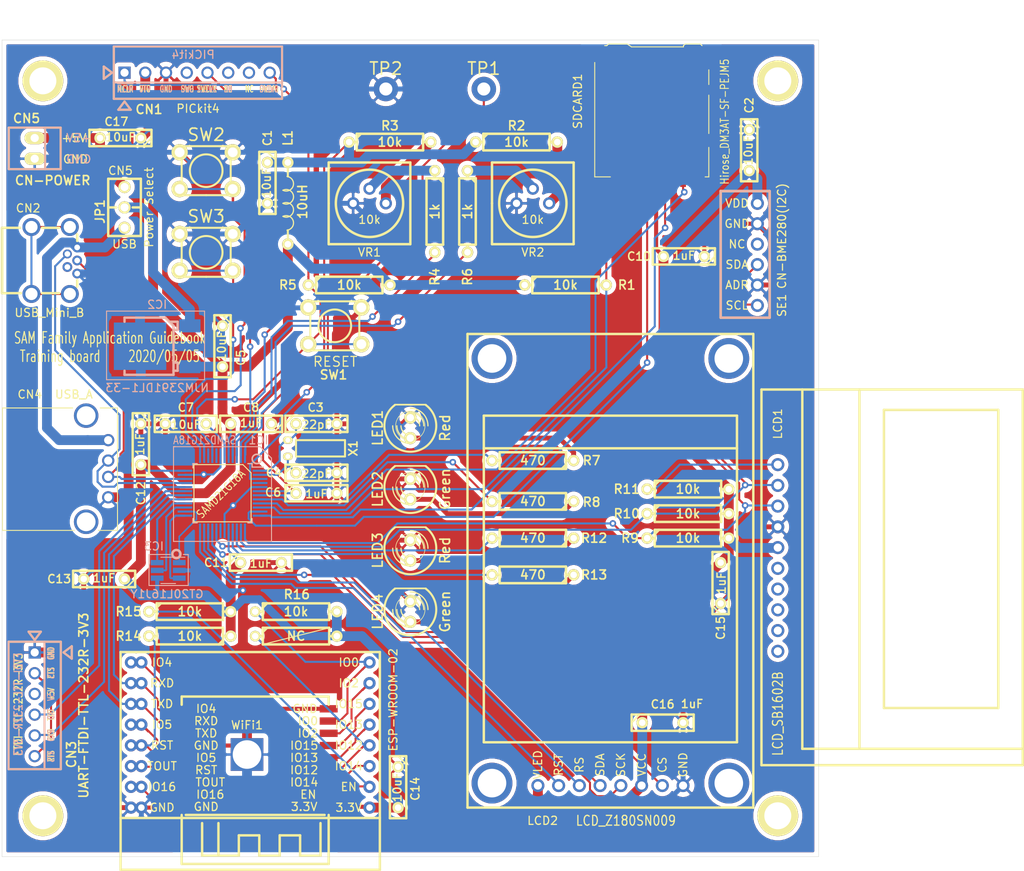
<source format=kicad_pcb>
(kicad_pcb (version 20171130) (host pcbnew "(5.1.5)-3")
  (layers (0 F.Cu signal) (31 B.Cu signal) (34 B.Paste user) (35 F.Paste user) (36 B.SilkS user) (37 F.SilkS user) (38 B.Mask user) (39 F.Mask user) (44 Edge.Cuts user))
  (net 0 "")
  (net 1 "Net-(C1-Pad1)")
  (net 2 GND)
  (net 3 +3.3V)
  (net 4 "Net-(C3-Pad1)")
  (net 5 "Net-(C4-Pad1)")
  (net 6 "Net-(C7-Pad2)")
  (net 7 "Net-(C17-Pad2)")
  (net 8 "Net-(CN1-Pad1)")
  (net 9 "Net-(CN1-Pad5)")
  (net 10 "Net-(CN1-Pad8)")
  (net 11 "Net-(CN2-Pad3)")
  (net 12 "Net-(CN2-Pad1)")
  (net 13 "Net-(CN2-Pad2)")
  (net 14 "Net-(CN3-Pad2)")
  (net 15 /SERCOM3_PAD1)
  (net 16 /SERCOM3_PAD0)
  (net 17 "Net-(IC1-Pad48)")
  (net 18 "Net-(IC1-Pad47)")
  (net 19 "Net-(IC1-Pad38)")
  (net 20 "Net-(IC1-Pad37)")
  (net 21 ESP_TXD)
  (net 22 ESP_RXD)
  (net 23 /SERCOM1_PAD3)
  (net 24 /SERCOM1_PAD2)
  (net 25 /SERCOM1_PAD1)
  (net 26 /SERCOM1_PAD0)
  (net 27 /GPIO_RST)
  (net 28 /GPIO_RS)
  (net 29 /SERCOM4_PAD1)
  (net 30 /SERCOM4_PAD0)
  (net 31 /TCC1[1])
  (net 32 /TCC1[0])
  (net 33 /SERCOM2_PAD1)
  (net 34 /SERCOM2_PAD0)
  (net 35 /SERCOM0_PAD3)
  (net 36 /SERCOM0_PAD2)
  (net 37 /SERCOM0_PAD0)
  (net 38 /TC4[1])
  (net 39 /TC4[0])
  (net 40 "Net-(IC1-Pad3)")
  (net 41 "Net-(IC2-Pad1)")
  (net 42 "Net-(LCD1-Pad1)")
  (net 43 "Net-(R2-Pad2)")
  (net 44 "Net-(R3-Pad2)")
  (net 45 "Net-(R4-Pad1)")
  (net 46 "Net-(R6-Pad1)")
  (net 47 ESP_RST)
  (net 48 ESP_EN)
  (net 49 ESP_IO0)
  (net 50 ESP_IO12)
  (net 51 ESP_IO14)
  (net 52 ESP_IO13)
  (net 53 ESP_IO15)
  (net 54 ESP_IO2)
  (net 55 ESP_IO4)
  (net 56 ESP_IO5)
  (net 57 ESP_TOUT)
  (net 58 ESP_IO16)
  (net 59 /LED1)
  (net 60 /LED2)
  (net 61 /LED3)
  (net 62 /LED4)
  (net 63 "Net-(CN2-Pad6)")
  (net 64 /GPIO_CS2)
  (net 65 /GPIO_CS1)
  (module lib:TQFP-48_7x7mm_Pitch0.5mm (layer B.Cu) (at 127 105.5 180)
    (fp_text reference IC1 (at -4.4 6.5 180) (layer B.SilkS) (effects (justify mirror)))
    (fp_text value SAMD21G18A (at 2.2 6.5 180) (layer B.SilkS) (effects (font (size 1 0.8) (thickness 0.12)) (justify mirror)))
    (pad 48 smd rect (at -2.75 4.6 90) (size 1.8 0.25) (layers B.Cu B.Paste B.Mask) (net 17 "Net-(IC1-Pad48)"))
    (pad 47 smd rect (at -2.25 4.6 90) (size 1.8 0.25) (layers B.Cu B.Paste B.Mask) (net 18 "Net-(IC1-Pad47)"))
    (pad 46 smd rect (at -1.75 4.6 90) (size 1.8 0.25) (layers B.Cu B.Paste B.Mask) (net 10 "Net-(CN1-Pad8)"))
    (pad 45 smd rect (at -1.25 4.6 90) (size 1.8 0.25) (layers B.Cu B.Paste B.Mask) (net 9 "Net-(CN1-Pad5)"))
    (pad 44 smd rect (at -0.75 4.6 90) (size 1.8 0.25) (layers B.Cu B.Paste B.Mask) (net 3 +3.3V))
    (pad 43 smd rect (at -0.25 4.6 90) (size 1.8 0.25) (layers B.Cu B.Paste B.Mask) (net 6 "Net-(C7-Pad2)"))
    (pad 42 smd rect (at 0.25 4.6 90) (size 1.8 0.25) (layers B.Cu B.Paste B.Mask) (net 2 GND))
    (pad 41 smd rect (at 0.75 4.6 90) (size 1.8 0.25) (layers B.Cu B.Paste B.Mask))
    (pad 40 smd rect (at 1.25 4.6 90) (size 1.8 0.25) (layers B.Cu B.Paste B.Mask) (net 8 "Net-(CN1-Pad1)"))
    (pad 39 smd rect (at 1.75 4.6 90) (size 1.8 0.25) (layers B.Cu B.Paste B.Mask))
    (pad 38 smd rect (at 2.25 4.6 90) (size 1.8 0.25) (layers B.Cu B.Paste B.Mask) (net 19 "Net-(IC1-Pad38)"))
    (pad 37 smd rect (at 2.75 4.6 90) (size 1.8 0.25) (layers B.Cu B.Paste B.Mask) (net 20 "Net-(IC1-Pad37)"))
    (pad 36 smd rect (at 4.6 2.75 180) (size 1.8 0.25) (layers B.Cu B.Paste B.Mask) (net 3 +3.3V))
    (pad 35 smd rect (at 4.6 2.25 180) (size 1.8 0.25) (layers B.Cu B.Paste B.Mask) (net 2 GND))
    (pad 34 smd rect (at 4.6 1.75 180) (size 1.8 0.25) (layers B.Cu B.Paste B.Mask) (net 11 "Net-(CN2-Pad3)"))
    (pad 33 smd rect (at 4.6 1.25 180) (size 1.8 0.25) (layers B.Cu B.Paste B.Mask) (net 13 "Net-(CN2-Pad2)"))
    (pad 32 smd rect (at 4.6 0.75 180) (size 1.8 0.25) (layers B.Cu B.Paste B.Mask) (net 15 /SERCOM3_PAD1))
    (pad 31 smd rect (at 4.6 0.25 180) (size 1.8 0.25) (layers B.Cu B.Paste B.Mask) (net 16 /SERCOM3_PAD0))
    (pad 30 smd rect (at 4.6 -0.25 180) (size 1.8 0.25) (layers B.Cu B.Paste B.Mask) (net 21 ESP_TXD))
    (pad 29 smd rect (at 4.6 -0.75 180) (size 1.8 0.25) (layers B.Cu B.Paste B.Mask) (net 22 ESP_RXD))
    (pad 28 smd rect (at 4.6 -1.25 180) (size 1.8 0.25) (layers B.Cu B.Paste B.Mask) (net 23 /SERCOM1_PAD3))
    (pad 27 smd rect (at 4.6 -1.75 180) (size 1.8 0.25) (layers B.Cu B.Paste B.Mask) (net 24 /SERCOM1_PAD2))
    (pad 26 smd rect (at 4.6 -2.25 180) (size 1.8 0.25) (layers B.Cu B.Paste B.Mask) (net 25 /SERCOM1_PAD1))
    (pad 25 smd rect (at 4.6 -2.75 180) (size 1.8 0.25) (layers B.Cu B.Paste B.Mask) (net 26 /SERCOM1_PAD0))
    (pad 24 smd rect (at 2.75 -4.6 90) (size 1.8 0.25) (layers B.Cu B.Paste B.Mask) (net 27 /GPIO_RST))
    (pad 23 smd rect (at 2.25 -4.6 90) (size 1.8 0.25) (layers B.Cu B.Paste B.Mask) (net 28 /GPIO_RS))
    (pad 22 smd rect (at 1.75 -4.6 90) (size 1.8 0.25) (layers B.Cu B.Paste B.Mask) (net 29 /SERCOM4_PAD1))
    (pad 21 smd rect (at 1.25 -4.6 90) (size 1.8 0.25) (layers B.Cu B.Paste B.Mask) (net 30 /SERCOM4_PAD0))
    (pad 20 smd rect (at 0.75 -4.6 90) (size 1.8 0.25) (layers B.Cu B.Paste B.Mask) (net 64 /GPIO_CS2))
    (pad 19 smd rect (at 0.25 -4.6 90) (size 1.8 0.25) (layers B.Cu B.Paste B.Mask))
    (pad 18 smd rect (at -0.25 -4.6 90) (size 1.8 0.25) (layers B.Cu B.Paste B.Mask) (net 2 GND))
    (pad 17 smd rect (at -0.75 -4.6 90) (size 1.8 0.25) (layers B.Cu B.Paste B.Mask) (net 3 +3.3V))
    (pad 16 smd rect (at -1.25 -4.6 90) (size 1.8 0.25) (layers B.Cu B.Paste B.Mask) (net 31 /TCC1[1]))
    (pad 15 smd rect (at -1.75 -4.6 90) (size 1.8 0.25) (layers B.Cu B.Paste B.Mask) (net 32 /TCC1[0]))
    (pad 14 smd rect (at -2.25 -4.6 90) (size 1.8 0.25) (layers B.Cu B.Paste B.Mask) (net 33 /SERCOM2_PAD1))
    (pad 13 smd rect (at -2.75 -4.6 90) (size 1.8 0.25) (layers B.Cu B.Paste B.Mask) (net 34 /SERCOM2_PAD0))
    (pad 12 smd rect (at -4.6 -2.75 180) (size 1.8 0.25) (layers B.Cu B.Paste B.Mask) (net 35 /SERCOM0_PAD3))
    (pad 11 smd rect (at -4.6 -2.25 180) (size 1.8 0.25) (layers B.Cu B.Paste B.Mask) (net 36 /SERCOM0_PAD2))
    (pad 10 smd rect (at -4.6 -1.75 180) (size 1.8 0.25) (layers B.Cu B.Paste B.Mask) (net 65 /GPIO_CS1))
    (pad 9 smd rect (at -4.6 -1.25 180) (size 1.8 0.25) (layers B.Cu B.Paste B.Mask) (net 37 /SERCOM0_PAD0))
    (pad 8 smd rect (at -4.6 -0.75 180) (size 1.8 0.25) (layers B.Cu B.Paste B.Mask) (net 38 /TC4[1]))
    (pad 7 smd rect (at -4.6 -0.25 180) (size 1.8 0.25) (layers B.Cu B.Paste B.Mask) (net 39 /TC4[0]))
    (pad 6 smd rect (at -4.6 0.25 180) (size 1.8 0.25) (layers B.Cu B.Paste B.Mask) (net 1 "Net-(C1-Pad1)"))
    (pad 5 smd rect (at -4.6 0.75 180) (size 1.8 0.25) (layers B.Cu B.Paste B.Mask) (net 2 GND))
    (pad 4 smd rect (at -4.6 1.25 180) (size 1.8 0.25) (layers B.Cu B.Paste B.Mask))
    (pad 3 smd rect (at -4.6 1.75 180) (size 1.8 0.25) (layers B.Cu B.Paste B.Mask) (net 40 "Net-(IC1-Pad3)"))
    (pad 2 smd rect (at -4.6 2.25 180) (size 1.8 0.25) (layers B.Cu B.Paste B.Mask) (net 5 "Net-(C4-Pad1)"))
    (pad 1 smd rect (at -4.6 2.75 180) (size 1.8 0.25) (layers B.Cu B.Paste B.Mask) (net 4 "Net-(C3-Pad1)"))
  )
  (module lib:ESP-WROOM-02_breakout (layer F.Cu) (at 145 144 180)
    (fp_text reference WiFi2_breakout1 hide)
    (fp_text value ESP-WROOM-02_breakout hide)
    (fp_text user GND (at 25.4 0) (layer F.SilkS))
    (fp_text user IO16 (at 25.4 2.54) (layer F.SilkS))
    (fp_text user TOUT (at 25.4 5.08) (layer F.SilkS))
    (fp_text user RST (at 25.4 7.62) (layer F.SilkS))
    (fp_text user IO5 (at 25.4 10.16) (layer F.SilkS))
    (fp_text user TXD (at 25.4 12.7) (layer F.SilkS))
    (fp_text user RXD (at 25.4 15.24) (layer F.SilkS))
    (fp_text user IO4 (at 25.4 17.78) (layer F.SilkS))
    (fp_text user IO0 (at 2.54 17.78) (layer F.SilkS))
    (fp_text user IO2 (at 2.54 15.24) (layer F.SilkS))
    (fp_text user IO15 (at 2.54 12.7) (layer F.SilkS))
    (fp_text user IO13 (at 2.54 10.16) (layer F.SilkS))
    (fp_text user IO12 (at 2.54 7.62) (layer F.SilkS))
    (fp_text user IO14 (at 2.54 5.08) (layer F.SilkS))
    (fp_text user EN (at 2.54 2.54) (layer F.SilkS))
    (fp_text user 3.3V (at 2.54 0) (layer F.SilkS))
    (pad 18 thru_hole circle (at 29.21 0 180) (size 1.5 1.5) (drill 0.8) (layers *.Cu *.Mask) (net 2 GND))
    (pad 17 thru_hole circle (at 29.21 2.54 180) (size 1.5 1.5) (drill 0.8) (layers *.Cu *.Mask) (net 58 ESP_IO16))
    (pad 16 thru_hole circle (at 29.21 5.08 180) (size 1.5 1.5) (drill 0.8) (layers *.Cu *.Mask) (net 57 ESP_TOUT))
    (pad 15 thru_hole circle (at 29.21 7.62 180) (size 1.5 1.5) (drill 0.8) (layers *.Cu *.Mask) (net 47 ESP_RST))
    (pad 14 thru_hole circle (at 29.21 10.16 180) (size 1.5 1.5) (drill 0.8) (layers *.Cu *.Mask) (net 56 ESP_IO5))
    (pad 12 thru_hole circle (at 29.21 12.7 180) (size 1.5 1.5) (drill 0.8) (layers *.Cu *.Mask) (net 21 ESP_TXD))
    (pad 11 thru_hole circle (at 29.21 15.24 180) (size 1.5 1.5) (drill 0.8) (layers *.Cu *.Mask) (net 22 ESP_RXD))
    (pad 10 thru_hole circle (at 29.21 17.78 180) (size 1.5 1.5) (drill 0.8) (layers *.Cu *.Mask) (net 55 ESP_IO4))
    (pad 18 thru_hole circle (at 27.94 0 180) (size 1.5 1.5) (drill 0.8) (layers *.Cu *.Mask) (net 2 GND))
    (pad 17 thru_hole circle (at 27.94 2.54 180) (size 1.5 1.5) (drill 0.8) (layers *.Cu *.Mask) (net 58 ESP_IO16))
    (pad 16 thru_hole circle (at 27.94 5.08 180) (size 1.5 1.5) (drill 0.8) (layers *.Cu *.Mask) (net 57 ESP_TOUT))
    (pad 15 thru_hole circle (at 27.94 7.62 180) (size 1.5 1.5) (drill 0.8) (layers *.Cu *.Mask) (net 47 ESP_RST))
    (pad 14 thru_hole circle (at 27.94 10.16 180) (size 1.5 1.5) (drill 0.8) (layers *.Cu *.Mask) (net 56 ESP_IO5))
    (pad 12 thru_hole circle (at 27.94 12.7 180) (size 1.5 1.5) (drill 0.8) (layers *.Cu *.Mask) (net 21 ESP_TXD))
    (pad 11 thru_hole circle (at 27.94 15.24 180) (size 1.5 1.5) (drill 0.8) (layers *.Cu *.Mask) (net 22 ESP_RXD))
    (pad 10 thru_hole circle (at 27.94 17.78 180) (size 1.5 1.5) (drill 0.8) (layers *.Cu *.Mask) (net 55 ESP_IO4))
    (pad 8 thru_hole circle (at 0 17.78 180) (size 1.5 1.5) (drill 0.8) (layers *.Cu *.Mask) (net 49 ESP_IO0))
    (pad 7 thru_hole circle (at 0 15.24 180) (size 1.5 1.5) (drill 0.8) (layers *.Cu *.Mask) (net 54 ESP_IO2))
    (pad 6 thru_hole circle (at 0 12.7 180) (size 1.5 1.5) (drill 0.8) (layers *.Cu *.Mask) (net 53 ESP_IO15))
    (pad 5 thru_hole circle (at 0 10.16 180) (size 1.5 1.5) (drill 0.8) (layers *.Cu *.Mask) (net 52 ESP_IO13))
    (pad 4 thru_hole circle (at 0 7.62 180) (size 1.5 1.5) (drill 0.8) (layers *.Cu *.Mask) (net 50 ESP_IO12))
    (pad 3 thru_hole circle (at 0 5.08 180) (size 1.5 1.5) (drill 0.8) (layers *.Cu *.Mask) (net 51 ESP_IO14))
    (pad 2 thru_hole circle (at 0 2.54 180) (size 1.5 1.5) (drill 0.8) (layers *.Cu *.Mask) (net 48 ESP_EN))
    (pad 1 thru_hole circle (at 0 0 180) (size 1.5 1.5) (drill 0.8) (layers *.Cu *.Mask) (net 3 +3.3V))
  )
  (module "lib:CN_BME280(I2C)" (layer B.Cu) (at 192.5 70 180)
    (fp_text reference SE1 (at -3 -12.5 270) (layer F.SilkS))
    (fp_text value "CN-BME280(I2C)" (at -3 -4 270) (layer F.SilkS))
    (fp_text user VDD (at 2.5 0 180) (layer F.SilkS))
    (fp_text user GND (at 2.5 -2.5 180) (layer F.SilkS))
    (fp_text user NC (at 2.5 -5 180) (layer F.SilkS))
    (fp_text user SDA (at 2.5 -7.5 180) (layer F.SilkS))
    (fp_text user ADR (at 2.5 -10 180) (layer F.SilkS))
    (fp_text user SCL (at 2.5 -12.5 180) (layer F.SilkS))
    (pad 1 thru_hole circle (at 0 0 180) (size 1.6 1.6) (drill 1) (layers *.Cu *.Mask) (net 3 +3.3V))
    (pad 2 thru_hole circle (at 0 -2.5 180) (size 1.6 1.6) (drill 1) (layers *.Cu *.Mask) (net 2 GND))
    (pad 3 thru_hole circle (at 0 -5 180) (size 1.6 1.6) (drill 1) (layers *.Cu *.Mask))
    (pad 4 thru_hole circle (at 0 -7.5 180) (size 1.6 1.6) (drill 1) (layers *.Cu *.Mask) (net 34 /SERCOM2_PAD0))
    (pad 5 thru_hole circle (at 0 -10 180) (size 1.6 1.6) (drill 1) (layers *.Cu *.Mask) (net 2 GND))
    (pad 6 thru_hole circle (at 0 -12.5 180) (size 1.6 1.6) (drill 1) (layers *.Cu *.Mask) (net 33 /SERCOM2_PAD1))
  )
  (module lib:LCD_SB1602B (layer F.Cu) (at 193 92.8 270)
    (fp_text reference LCD1 (at 4.2 -2 90) (layer F.SilkS))
    (fp_text value LCD_SB1602B (at 39.7 -2 90) (layer F.SilkS) (effects (font (size 1.2 1))))
    (pad 10 thru_hole circle (at 32.06 -2 270) (size 1.6 1.6) (drill 1) (layers *.Cu *.Mask))
    (pad 9 thru_hole circle (at 29.52 -2 270) (size 1.6 1.6) (drill 1) (layers *.Cu *.Mask))
    (pad 8 thru_hole circle (at 26.98 -2 270) (size 1.6 1.6) (drill 1) (layers *.Cu *.Mask))
    (pad 7 thru_hole circle (at 24.44 -2 270) (size 1.6 1.6) (drill 1) (layers *.Cu *.Mask))
    (pad 6 thru_hole circle (at 21.9 -2 270) (size 1.6 1.6) (drill 1) (layers *.Cu *.Mask))
    (pad 5 thru_hole circle (at 19.36 -2 270) (size 1.6 1.6) (drill 1) (layers *.Cu *.Mask) (net 3 +3.3V))
    (pad 4 thru_hole circle (at 16.82 -2 270) (size 1.6 1.6) (drill 0.9) (layers *.Cu *.Mask) (net 2 GND))
    (pad 3 thru_hole circle (at 14.28 -2 270) (size 1.6 1.6) (drill 1) (layers *.Cu *.Mask) (net 34 /SERCOM2_PAD0))
    (pad 2 thru_hole circle (at 11.74 -2 270) (size 1.6 1.6) (drill 1) (layers *.Cu *.Mask) (net 33 /SERCOM2_PAD1))
    (pad 1 thru_hole circle (at 9.2 -2 270) (size 1.6 1.6) (drill 1) (layers *.Cu *.Mask) (net 42 "Net-(LCD1-Pad1)"))
  )
  (module lib:ESP-WROOM-02 (layer F.Cu) (at 140 143.9 180)
    (fp_text reference WiFi1 (at 10 10) (layer F.SilkS))
    (fp_text value ESP-WROOM-02 (at -7.9 13.1 90) (layer F.SilkS))
    (fp_text user GND (at 15 7.5) (layer F.SilkS))
    (fp_text user GND (at 2.9 12) (layer F.SilkS))
    (fp_text user GND (at 15 0) (layer F.SilkS))
    (fp_text user IO16 (at 14.5 1.5) (layer F.SilkS))
    (fp_text user TOUT (at 14.5 3) (layer F.SilkS))
    (fp_text user RST (at 15 4.5) (layer F.SilkS))
    (fp_text user IO5 (at 15 6) (layer F.SilkS))
    (fp_text user TXD (at 15 9) (layer F.SilkS))
    (fp_text user RXD (at 15 10.5) (layer F.SilkS))
    (fp_text user IO4 (at 15 12) (layer F.SilkS))
    (fp_text user IO0 (at 2.54 10.5) (layer F.SilkS))
    (fp_text user IO2 (at 2.54 9) (layer F.SilkS))
    (fp_text user IO15 (at 3 7.5) (layer F.SilkS))
    (fp_text user IO13 (at 3 6) (layer F.SilkS))
    (fp_text user IO12 (at 3 4.5) (layer F.SilkS))
    (fp_text user IO14 (at 3 3) (layer F.SilkS))
    (fp_text user EN (at 2.5 1.5) (layer F.SilkS))
    (fp_text user 3.3V (at 3 0) (layer F.SilkS))
    (pad 18 thru_hole rect (at 10 6.4 180) (size 4 4) (drill 3.5) (layers *.Cu *.Mask) (net 2 GND))
    (pad 18 smd rect (at 18 0 180) (size 2.2 0.9) (layers F.Cu F.Paste F.Mask) (net 2 GND))
    (pad 17 smd rect (at 18 1.5 180) (size 2.2 0.9) (layers F.Cu F.Paste F.Mask) (net 58 ESP_IO16))
    (pad 16 smd rect (at 18 3 180) (size 2.2 0.9) (layers F.Cu F.Paste F.Mask) (net 57 ESP_TOUT))
    (pad 15 smd rect (at 18 4.5 180) (size 2.2 0.9) (layers F.Cu F.Paste F.Mask) (net 47 ESP_RST))
    (pad 14 smd rect (at 18 6 180) (size 2.2 0.9) (layers F.Cu F.Paste F.Mask) (net 56 ESP_IO5))
    (pad 18 smd rect (at 18 7.5 180) (size 2.2 0.9) (layers F.Cu F.Paste F.Mask) (net 2 GND))
    (pad 12 smd rect (at 18 9 180) (size 2.2 0.9) (layers F.Cu F.Paste F.Mask) (net 21 ESP_TXD))
    (pad 11 smd rect (at 18 10.5 180) (size 2.2 0.9) (layers F.Cu F.Paste F.Mask) (net 22 ESP_RXD))
    (pad 10 smd rect (at 18 12 180) (size 2.2 0.9) (layers F.Cu F.Paste F.Mask) (net 55 ESP_IO4))
    (pad 18 smd rect (at 0 12 180) (size 2.2 0.9) (layers F.Cu F.Paste F.Mask) (net 2 GND))
    (pad 8 smd rect (at 0 10.5 180) (size 2.2 0.9) (layers F.Cu F.Paste F.Mask) (net 49 ESP_IO0))
    (pad 7 smd rect (at 0 9 180) (size 2.2 0.9) (layers F.Cu F.Paste F.Mask) (net 54 ESP_IO2))
    (pad 6 smd rect (at 0 7.5 180) (size 2.2 0.9) (layers F.Cu F.Paste F.Mask) (net 53 ESP_IO15))
    (pad 5 smd rect (at 0 6 180) (size 2.2 0.9) (layers F.Cu F.Paste F.Mask) (net 52 ESP_IO13))
    (pad 4 smd rect (at 0 4.5 180) (size 2.2 0.9) (layers F.Cu F.Paste F.Mask) (net 50 ESP_IO12))
    (pad 3 smd rect (at 0 3 180) (size 2.2 0.9) (layers F.Cu F.Paste F.Mask) (net 51 ESP_IO14))
    (pad 2 smd rect (at 0 1.5 180) (size 2.2 0.9) (layers F.Cu F.Paste F.Mask) (net 48 ESP_EN))
    (pad 1 smd rect (at 0 0 180) (size 2.2 0.9) (layers F.Cu F.Paste F.Mask) (net 3 +3.3V))
  )
  (module lib:PAD1.6mmX3m (layer F.Cu) (at 147 56)
    (fp_text reference TP2 hide)
    (fp_text value TP2 (at 0 -2.5) (layer F.SilkS) (effects (font (size 1.5 1.5) (thickness 0.2))))
    (pad 1 thru_hole circle (at 0 0) (size 3 3) (drill 1.6) (layers *.Cu *.Mask) (net 2 GND))
  )
  (module lib:PAD1.6mmX3m (layer F.Cu) (at 159 56)
    (fp_text reference TP1 hide)
    (fp_text value TP1 (at 0 -2.5) (layer F.SilkS) (effects (font (size 1.5 1.5) (thickness 0.2))))
    (pad 1 thru_hole circle (at 0 0) (size 3 3) (drill 1.6) (layers *.Cu *.Mask) (net 40 "Net-(IC1-Pad3)"))
  )
  (module lib:PINHEAD1-PICkit4_ARM (layer B.Cu) (at 123.89 54)
    (fp_text reference CN1 (at -5.89 4.5) (layer F.SilkS) (effects (font (size 1.1 1.1) (thickness 0.2))))
    (fp_text value CN-PICkit4_ARM hide)
    (fp_text user SWDIO (at 8.8 2) (layer B.SilkS) (effects (font (size 0.8 0.5) (thickness 0.12)) (justify mirror)))
    (fp_text user NC (at 3.8 2) (layer B.SilkS) (effects (font (size 0.8 0.5) (thickness 0.12)) (justify mirror)))
    (fp_text user NC (at 3.8 2) (layer B.SilkS) (effects (font (size 0.8 0.5) (thickness 0.12)) (justify mirror)))
    (fp_text user SWCLK (at 1.2 2) (layer B.SilkS) (effects (font (size 0.8 0.5) (thickness 0.12)) (justify mirror)))
    (fp_text user SWO (at -1.2 2) (layer B.SilkS) (effects (font (size 0.8 0.5) (thickness 0.12)) (justify mirror)))
    (fp_text user GND (at -3.8 2) (layer B.SilkS) (effects (font (size 0.8 0.5) (thickness 0.12)) (justify mirror)))
    (fp_text user VTG (at -6.4 2) (layer B.SilkS) (effects (font (size 0.8 0.5) (thickness 0.12)) (justify mirror)))
    (fp_text user ~MCLR (at -8.8 2) (layer B.SilkS) (effects (font (size 0.8 0.5) (thickness 0.12)) (justify mirror)))
    (fp_text user SWDIO (at 8.8 2) (layer F.SilkS) (effects (font (size 0.8 0.5) (thickness 0.12))))
    (fp_text user NC (at 6.4 2) (layer F.SilkS) (effects (font (size 0.8 0.5) (thickness 0.12))))
    (fp_text user NC (at 3.8 2) (layer F.SilkS) (effects (font (size 0.8 0.5) (thickness 0.12))))
    (fp_text user SWCLK (at 1.2 2) (layer F.SilkS) (effects (font (size 0.8 0.5) (thickness 0.12))))
    (fp_text user SWO (at -1.2 2) (layer F.SilkS) (effects (font (size 0.8 0.5) (thickness 0.12))))
    (fp_text user GND (at -3.8 2) (layer F.SilkS) (effects (font (size 0.8 0.5) (thickness 0.12))))
    (fp_text user VTG (at -6.4 2) (layer F.SilkS) (effects (font (size 0.8 0.5) (thickness 0.12))))
    (fp_text user ~MCLR (at -8.8 2) (layer F.SilkS) (effects (font (size 0.8 0.5) (thickness 0.12))))
    (pad 8 thru_hole circle (at 8.89 0) (size 1.5 1.5) (drill 1) (layers *.Cu *.Mask) (net 10 "Net-(CN1-Pad8)"))
    (pad 7 thru_hole circle (at 6.35 0) (size 1.5 1.5) (drill 1) (layers *.Cu *.Mask))
    (pad 6 thru_hole circle (at 3.81 0) (size 1.5 1.5) (drill 1) (layers *.Cu *.Mask))
    (pad 5 thru_hole circle (at 1.27 0) (size 1.5 1.5) (drill 1) (layers *.Cu *.Mask) (net 9 "Net-(CN1-Pad5)"))
    (pad 4 thru_hole circle (at -1.27 0) (size 1.5 1.5) (drill 1) (layers *.Cu *.Mask))
    (pad 3 thru_hole circle (at -3.81 0) (size 1.5 1.5) (drill 1) (layers *.Cu *.Mask) (net 2 GND))
    (pad 2 thru_hole circle (at -6.35 0) (size 1.5 1.5) (drill 1) (layers *.Cu *.Mask) (net 3 +3.3V))
    (pad 1 thru_hole rect (at -8.89 0) (size 1.5 1.5) (drill 1) (layers *.Cu *.Mask) (net 8 "Net-(CN1-Pad1)"))
  )
  (module lib:C2_MU (layer F.Cu) (at 132.5 65 270)
    (fp_text reference C1 (at -3 0 90) (layer F.SilkS) (effects (font (thickness 0.18))))
    (fp_text value 10uF (at 2.5 0.1 90) (layer F.SilkS) (effects (font (thickness 0.18))))
    (pad 1 thru_hole circle (at 0 0 270) (size 1.4 1.4) (drill 0.8) (layers *.Cu *.Mask F.SilkS) (net 1 "Net-(C1-Pad1)"))
    (pad 2 thru_hole circle (at 5 0 270) (size 1.4 1.4) (drill 0.8) (layers *.Cu *.Mask F.SilkS) (net 2 GND))
  )
  (module lib:C2_MU (layer F.Cu) (at 191.5 61 270)
    (fp_text reference C2 (at -3 0 90) (layer F.SilkS) (effects (font (thickness 0.18))))
    (fp_text value 10uF (at 2.5 0.1 90) (layer F.SilkS) (effects (font (thickness 0.18))))
    (pad 1 thru_hole circle (at 0 0 270) (size 1.4 1.4) (drill 0.8) (layers *.Cu *.Mask F.SilkS) (net 2 GND))
    (pad 2 thru_hole circle (at 5 0 270) (size 1.4 1.4) (drill 0.8) (layers *.Cu *.Mask F.SilkS) (net 3 +3.3V))
  )
  (module lib:C2_MU (layer F.Cu) (at 136 97)
    (fp_text reference C3 (at 2.4 -2 180) (layer F.SilkS) (effects (font (thickness 0.18))))
    (fp_text value 22pF (at 2.5 0.1) (layer F.SilkS) (effects (font (thickness 0.18))))
    (pad 2 thru_hole circle (at 5 0) (size 1.4 1.4) (drill 0.8) (layers *.Cu *.Mask F.SilkS) (net 2 GND))
    (pad 1 thru_hole circle (at 0 0) (size 1.4 1.4) (drill 0.8) (layers *.Cu *.Mask F.SilkS) (net 4 "Net-(C3-Pad1)"))
  )
  (module lib:C2_MU (layer F.Cu) (at 136 103)
    (fp_text reference C4 (at -2.7 0 180) (layer F.SilkS) (effects (font (thickness 0.18))))
    (fp_text value 22pF (at 2.5 0.1) (layer F.SilkS) (effects (font (thickness 0.18))))
    (pad 1 thru_hole circle (at 0 0) (size 1.4 1.4) (drill 0.8) (layers *.Cu *.Mask F.SilkS) (net 5 "Net-(C4-Pad1)"))
    (pad 2 thru_hole circle (at 5 0) (size 1.4 1.4) (drill 0.8) (layers *.Cu *.Mask F.SilkS) (net 2 GND))
  )
  (module lib:C2_MU (layer F.Cu) (at 127 85 270)
    (fp_text reference C5 (at 3.9 -2.25 90) (layer F.SilkS) (effects (font (thickness 0.18))))
    (fp_text value 10uF (at 2.5 0.1 90) (layer F.SilkS) (effects (font (thickness 0.18))))
    (pad 2 thru_hole circle (at 5 0 270) (size 1.4 1.4) (drill 0.8) (layers *.Cu *.Mask F.SilkS) (net 3 +3.3V))
    (pad 1 thru_hole circle (at 0 0 270) (size 1.4 1.4) (drill 0.8) (layers *.Cu *.Mask F.SilkS) (net 2 GND))
  )
  (module lib:C2_MU (layer F.Cu) (at 136 105.5)
    (fp_text reference C6 (at -2.8 -0.1 180) (layer F.SilkS) (effects (font (thickness 0.18))))
    (fp_text value 1uF (at 2.5 0.1) (layer F.SilkS) (effects (font (thickness 0.18))))
    (pad 2 thru_hole circle (at 5 0) (size 1.4 1.4) (drill 0.8) (layers *.Cu *.Mask F.SilkS) (net 2 GND))
    (pad 1 thru_hole circle (at 0 0) (size 1.4 1.4) (drill 0.8) (layers *.Cu *.Mask F.SilkS) (net 1 "Net-(C1-Pad1)"))
  )
  (module lib:C2_MU (layer F.Cu) (at 120 97)
    (fp_text reference C7 (at 2.5 -2) (layer F.SilkS) (effects (font (thickness 0.18))))
    (fp_text value 10uF (at 2.5 0.1) (layer F.SilkS) (effects (font (thickness 0.18))))
    (pad 1 thru_hole circle (at 0 0) (size 1.4 1.4) (drill 0.8) (layers *.Cu *.Mask F.SilkS) (net 2 GND))
    (pad 2 thru_hole circle (at 5 0) (size 1.4 1.4) (drill 0.8) (layers *.Cu *.Mask F.SilkS) (net 6 "Net-(C7-Pad2)"))
  )
  (module lib:C2_MU (layer F.Cu) (at 133 97 180)
    (fp_text reference C8 (at 2.5 2) (layer F.SilkS) (effects (font (thickness 0.18))))
    (fp_text value 1uF (at 2.5 0.1) (layer F.SilkS) (effects (font (thickness 0.18))))
    (pad 1 thru_hole circle (at 0 0 180) (size 1.4 1.4) (drill 0.8) (layers *.Cu *.Mask F.SilkS) (net 2 GND))
    (pad 2 thru_hole circle (at 5 0 180) (size 1.4 1.4) (drill 0.8) (layers *.Cu *.Mask F.SilkS) (net 3 +3.3V))
  )
  (module lib:C2_MU (layer F.Cu) (at 186 76.5 180)
    (fp_text reference C10 (at 8 0) (layer F.SilkS) (effects (font (thickness 0.18))))
    (fp_text value 1uF (at 2.5 0.1) (layer F.SilkS) (effects (font (thickness 0.18))))
    (pad 2 thru_hole circle (at 5 0 180) (size 1.4 1.4) (drill 0.8) (layers *.Cu *.Mask F.SilkS) (net 3 +3.3V))
    (pad 1 thru_hole circle (at 0 0 180) (size 1.4 1.4) (drill 0.8) (layers *.Cu *.Mask F.SilkS) (net 2 GND))
  )
  (module lib:C2_MU (layer F.Cu) (at 129.2 114)
    (fp_text reference C11 (at -3 0) (layer F.SilkS) (effects (font (thickness 0.18))))
    (fp_text value 1uF (at 2.5 0.1) (layer F.SilkS) (effects (font (thickness 0.18))))
    (pad 2 thru_hole circle (at 5 0) (size 1.4 1.4) (drill 0.8) (layers *.Cu *.Mask F.SilkS) (net 2 GND))
    (pad 1 thru_hole circle (at 0 0) (size 1.4 1.4) (drill 0.8) (layers *.Cu *.Mask F.SilkS) (net 3 +3.3V))
  )
  (module lib:C2_MU (layer F.Cu) (at 117 97 270)
    (fp_text reference C12 (at 8.5 0 90) (layer F.SilkS) (effects (font (thickness 0.18))))
    (fp_text value 1uF (at 2.5 0.1 90) (layer F.SilkS) (effects (font (thickness 0.18))))
    (pad 2 thru_hole circle (at 5 0 270) (size 1.4 1.4) (drill 0.8) (layers *.Cu *.Mask F.SilkS) (net 3 +3.3V))
    (pad 1 thru_hole circle (at 0 0 270) (size 1.4 1.4) (drill 0.8) (layers *.Cu *.Mask F.SilkS) (net 2 GND))
  )
  (module lib:C2_MU (layer F.Cu) (at 115 116 180)
    (fp_text reference C13 (at 8 0) (layer F.SilkS) (effects (font (thickness 0.18))))
    (fp_text value 1uF (at 2.5 0.1) (layer F.SilkS) (effects (font (thickness 0.18))))
    (pad 1 thru_hole circle (at 0 0 180) (size 1.4 1.4) (drill 0.8) (layers *.Cu *.Mask F.SilkS) (net 3 +3.3V))
    (pad 2 thru_hole circle (at 5 0 180) (size 1.4 1.4) (drill 0.8) (layers *.Cu *.Mask F.SilkS) (net 2 GND))
  )
  (module lib:C2_MU (layer F.Cu) (at 148.5 139 270)
    (fp_text reference C14 (at 2.7 -2.1 90) (layer F.SilkS) (effects (font (thickness 0.18))))
    (fp_text value 10uF (at 2.5 0.1 90) (layer F.SilkS) (effects (font (thickness 0.18))))
    (pad 2 thru_hole circle (at 5 0 270) (size 1.4 1.4) (drill 0.8) (layers *.Cu *.Mask F.SilkS) (net 3 +3.3V))
    (pad 1 thru_hole circle (at 0 0 270) (size 1.4 1.4) (drill 0.8) (layers *.Cu *.Mask F.SilkS) (net 2 GND))
  )
  (module lib:C2_MU (layer F.Cu) (at 188 119 90)
    (fp_text reference C15 (at -3 0 90) (layer F.SilkS) (effects (font (thickness 0.18))))
    (fp_text value 1uF (at 2.5 0.1 90) (layer F.SilkS) (effects (font (thickness 0.18))))
    (pad 2 thru_hole circle (at 5 0 90) (size 1.4 1.4) (drill 0.8) (layers *.Cu *.Mask F.SilkS) (net 3 +3.3V))
    (pad 1 thru_hole circle (at 0 0 90) (size 1.4 1.4) (drill 0.8) (layers *.Cu *.Mask F.SilkS) (net 2 GND))
  )
  (module lib:C2_MU (layer F.Cu) (at 178.4 133.6)
    (fp_text reference C16 (at 2.5 -2.25) (layer F.SilkS) (effects (font (thickness 0.18))))
    (fp_text value 1uF (at 6.1 -2.3) (layer F.SilkS) (effects (font (thickness 0.18))))
    (pad 1 thru_hole circle (at 0 0) (size 1.4 1.4) (drill 0.8) (layers *.Cu *.Mask F.SilkS) (net 3 +3.3V))
    (pad 2 thru_hole circle (at 5 0) (size 1.4 1.4) (drill 0.8) (layers *.Cu *.Mask F.SilkS) (net 2 GND))
  )
  (module lib:C2_MU (layer F.Cu) (at 117 62 180)
    (fp_text reference C17 (at 3 2) (layer F.SilkS) (effects (font (thickness 0.18))))
    (fp_text value 10uF (at 2.5 0.1) (layer F.SilkS) (effects (font (thickness 0.18))))
    (pad 2 thru_hole circle (at 5 0 180) (size 1.4 1.4) (drill 0.8) (layers *.Cu *.Mask F.SilkS) (net 7 "Net-(C17-Pad2)"))
    (pad 1 thru_hole circle (at 0 0 180) (size 1.4 1.4) (drill 0.8) (layers *.Cu *.Mask F.SilkS) (net 2 GND))
  )
  (module lib:USB_Mini-B_ThroughHole (layer F.Cu) (at 100 77 270)
    (fp_text reference CN2 (at -6.4 -3.2 180) (layer F.SilkS))
    (fp_text value USB_Mini_B (at 6.4 -5.8 180) (layer F.SilkS))
    (pad 3 thru_hole circle (at 0 -9.2 270) (size 1.2 1.2) (drill 0.7) (layers *.Cu *.Mask) (net 11 "Net-(CN2-Pad3)"))
    (pad 1 thru_hole circle (at -1.6 -9.2 270) (size 1.2 1.2) (drill 0.7) (layers *.Cu *.Mask) (net 12 "Net-(CN2-Pad1)"))
    (pad 5 thru_hole circle (at 1.6 -9.2 270) (size 1.2 1.2) (drill 0.7) (layers *.Cu *.Mask) (net 2 GND))
    (pad 2 thru_hole circle (at -0.8 -8 270) (size 1.1 1.1) (drill 0.7) (layers *.Cu *.Mask) (net 13 "Net-(CN2-Pad2)"))
    (pad 4 thru_hole circle (at 0.8 -8 270) (size 1.2 1.2) (drill 0.7) (layers *.Cu *.Mask))
    (pad 6 thru_hole circle (at -4.1 -8.3 270) (size 2.2 2.2) (drill 1.5) (layers *.Cu *.Mask) (net 63 "Net-(CN2-Pad6)"))
    (pad 6 thru_hole circle (at 4.1 -8.3 270) (size 2.2 2.2) (drill 1.5) (layers *.Cu *.Mask) (net 63 "Net-(CN2-Pad6)"))
    (pad 6 thru_hole circle (at -4.1 -3.6 270) (size 2.2 2.2) (drill 1.5) (layers *.Cu *.Mask) (net 63 "Net-(CN2-Pad6)"))
    (pad 6 thru_hole circle (at 4.1 -3.6 270) (size 2.2 2.2) (drill 1.5) (layers *.Cu *.Mask) (net 63 "Net-(CN2-Pad6)"))
  )
  (module lib:PINHEAD1-FTDI-TTL-232R-3V3 (layer F.Cu) (at 104 131.35 270)
    (fp_text reference CN3 (at 6.15 -4.5 90) (layer F.SilkS) (effects (font (size 1.1 1.1) (thickness 0.2))))
    (fp_text value UART-FTDI-TTL-232R-3V3 (at 0.15 -6 90) (layer F.SilkS) (effects (font (size 1.1 1.1) (thickness 0.2))))
    (fp_text user GND (at -6.26 -2 90) (layer F.SilkS) (effects (font (size 0.8 0.5) (thickness 0.12))))
    (fp_text user CTS (at -3.86 -2 90) (layer F.SilkS) (effects (font (size 0.8 0.5) (thickness 0.12))))
    (fp_text user +5V (at -1.26 -2 90) (layer F.SilkS) (effects (font (size 0.8 0.5) (thickness 0.12))))
    (fp_text user TXD (at 1.34 -2 90) (layer F.SilkS) (effects (font (size 0.8 0.5) (thickness 0.12))))
    (fp_text user RXD (at 3.74 -2 90) (layer F.SilkS) (effects (font (size 0.8 0.5) (thickness 0.12))))
    (fp_text user RTS (at 6.34 -2 90) (layer F.SilkS) (effects (font (size 0.8 0.5) (thickness 0.12))))
    (fp_text user GND (at -6.2 -2 90) (layer B.SilkS) (effects (font (size 0.8 0.5) (thickness 0.12)) (justify mirror)))
    (fp_text user CTS (at -3.8 -2 90) (layer B.SilkS) (effects (font (size 0.8 0.5) (thickness 0.12)) (justify mirror)))
    (fp_text user +5V (at -1.2 -2 90) (layer B.SilkS) (effects (font (size 0.8 0.5) (thickness 0.12)) (justify mirror)))
    (fp_text user TXD (at 1.2 -2 90) (layer B.SilkS) (effects (font (size 0.8 0.5) (thickness 0.12)) (justify mirror)))
    (fp_text user RXD (at 3.8 -2 90) (layer B.SilkS) (effects (font (size 0.8 0.5) (thickness 0.12)) (justify mirror)))
    (fp_text user RTS (at 6.4 -2 90) (layer B.SilkS) (effects (font (size 0.8 0.5) (thickness 0.12)) (justify mirror)))
    (fp_text user FTDI-TTL-232R-3V3 (at 0 2 90) (layer F.SilkS) (effects (font (size 1 0.8))))
    (fp_text user FTDI-TTL-232R-3V3 (at 0 2 90) (layer B.SilkS) (effects (font (size 1 0.8)) (justify mirror)))
    (pad 1 thru_hole rect (at -6.35 0 270) (size 1.5 1.5) (drill 1) (layers *.Cu *.Mask) (net 2 GND))
    (pad 2 thru_hole circle (at -3.81 0 270) (size 1.5 1.5) (drill 1) (layers *.Cu *.Mask) (net 14 "Net-(CN3-Pad2)"))
    (pad 3 thru_hole circle (at -1.27 0 270) (size 1.5 1.5) (drill 1) (layers *.Cu *.Mask))
    (pad 4 thru_hole circle (at 1.27 0 270) (size 1.5 1.5) (drill 1) (layers *.Cu *.Mask) (net 15 /SERCOM3_PAD1))
    (pad 5 thru_hole circle (at 3.81 0 270) (size 1.5 1.5) (drill 1) (layers *.Cu *.Mask) (net 16 /SERCOM3_PAD0))
    (pad 6 thru_hole circle (at 6.35 0 270) (size 1.5 1.5) (drill 1) (layers *.Cu *.Mask) (net 14 "Net-(CN3-Pad2)"))
  )
  (module lib:USB_A (layer F.Cu) (at 113 102.5 270)
    (fp_text reference CN4 (at -9.1 9.6 180) (layer F.SilkS))
    (fp_text value USB_A (at -9.1 4.2 180) (layer F.SilkS))
    (pad 5 thru_hole circle (at -6.5 2.7 180) (size 3 3) (drill 2.3) (layers *.Cu *.Mask))
    (pad 6 thru_hole circle (at 6.5 2.7 180) (size 3 3) (drill 2.3) (layers *.Cu *.Mask))
    (pad 1 thru_hole circle (at -3.5 0 180) (size 1.5 1.5) (drill 1) (layers *.Cu *.Mask) (net 12 "Net-(CN2-Pad1)"))
    (pad 2 thru_hole circle (at -1 0 180) (size 1.5 1.5) (drill 1) (layers *.Cu *.Mask) (net 13 "Net-(CN2-Pad2)"))
    (pad 3 thru_hole circle (at 1 0 180) (size 1.5 1.5) (drill 1) (layers *.Cu *.Mask) (net 11 "Net-(CN2-Pad3)"))
    (pad 4 thru_hole circle (at 3.5 0 180) (size 1.5 1.5) (drill 1) (layers *.Cu *.Mask) (net 2 GND))
  )
  (module lib:PINHEAD1-2_MU2 (layer F.Cu) (at 104 63.27 270)
    (fp_text reference CN5 (at -3.67 1 180) (layer F.SilkS) (effects (font (size 1.1 1.1) (thickness 0.2))))
    (fp_text value CN-POWER (at 3.93 -2.2) (layer F.SilkS) (effects (font (size 1.1 1.1) (thickness 0.2))))
    (pad 1 thru_hole oval (at -1.27 0 270) (size 1.5 2.5) (drill 1) (layers *.Cu *.Mask F.SilkS) (net 7 "Net-(C17-Pad2)"))
    (pad 2 thru_hole oval (at 1.27 0 270) (size 1.5 2.5) (drill 1) (layers *.Cu *.Mask F.SilkS) (net 2 GND))
  )
  (module lib:TO-252-2 (layer B.Cu) (at 119 87.5 180)
    (fp_text reference IC2 (at 0 5.1) (layer B.SilkS) (effects (justify mirror)))
    (fp_text value NJM2391DL1-33 (at 0 -5.1) (layer B.SilkS) (effects (justify mirror)))
    (pad 1 smd rect (at -4 2.5 180) (size 2.6 1.6) (layers B.Cu B.Paste B.Mask) (net 41 "Net-(IC2-Pad1)"))
    (pad 3 smd rect (at -4 -2.5 180) (size 2.6 1.6) (layers B.Cu B.Paste B.Mask) (net 3 +3.3V))
    (pad 2 smd rect (at 2.1 0 180) (size 6.4 5.8) (layers B.Cu B.Mask) (net 2 GND))
    (pad 2 smd rect (at 3.775 -1.525 180) (size 3.05 2.75) (layers B.Cu B.Paste) (net 2 GND))
    (pad 2 smd rect (at 0.425 1.525 180) (size 3.05 2.75) (layers B.Cu B.Paste) (net 2 GND))
    (pad 2 smd rect (at 3.775 1.525 180) (size 3.05 2.75) (layers B.Cu B.Paste) (net 2 GND))
    (pad 2 smd rect (at 0.425 -1.525 180) (size 3.05 2.75) (layers B.Cu B.Paste) (net 2 GND))
  )
  (module lib:SOT-23-6_Handsoldering (layer B.Cu) (at 120.35 114.95 180)
    (fp_text reference IC3 (at 1.75 2.95) (layer B.SilkS) (effects (justify mirror)))
    (fp_text value GT20L16J1Y (at 0.15 -2.9) (layer B.SilkS) (effects (justify mirror)))
    (pad 5 smd rect (at 1.35 0 180) (size 1.56 0.65) (layers B.Cu B.Paste B.Mask) (net 24 /SERCOM1_PAD2))
    (pad 6 smd rect (at 1.35 0.95 180) (size 1.56 0.65) (layers B.Cu B.Paste B.Mask) (net 23 /SERCOM1_PAD3))
    (pad 4 smd rect (at 1.35 -0.95 180) (size 1.56 0.65) (layers B.Cu B.Paste B.Mask) (net 3 +3.3V))
    (pad 3 smd rect (at -1.35 -0.95 180) (size 1.56 0.65) (layers B.Cu B.Paste B.Mask) (net 26 /SERCOM1_PAD0))
    (pad 2 smd rect (at -1.35 0 180) (size 1.56 0.65) (layers B.Cu B.Paste B.Mask) (net 2 GND))
    (pad 1 smd rect (at -1.35 0.95 180) (size 1.56 0.65) (layers B.Cu B.Paste B.Mask) (net 25 /SERCOM1_PAD1))
  )
  (module lib:JUMPER1-3 (layer F.Cu) (at 115 68 270)
    (fp_text reference JP1 (at 3 3 90) (layer F.SilkS) (effects (font (size 1.1 1.1) (thickness 0.2))))
    (fp_text value Jumper_3P hide)
    (pad 3 thru_hole circle (at 5 0 270) (size 1.5 1.5) (drill 1) (layers *.Cu *.Mask F.SilkS) (net 12 "Net-(CN2-Pad1)"))
    (pad 2 thru_hole circle (at 2.5 0 270) (size 1.5 1.5) (drill 1) (layers *.Cu *.Mask F.SilkS) (net 41 "Net-(IC2-Pad1)"))
    (pad 1 thru_hole circle (at 0 0 270) (size 1.5 1.5) (drill 1) (layers *.Cu *.Mask F.SilkS) (net 7 "Net-(C17-Pad2)"))
  )
  (module lib:L4_MU (layer F.Cu) (at 135 75 90)
    (fp_text reference L1 (at 13 0 90) (layer F.SilkS) (effects (font (size 1.1 1.1) (thickness 0.2))))
    (fp_text value 10uH (at 5.2 1.8 90) (layer F.SilkS) (effects (font (size 1.1 1.1) (thickness 0.2))))
    (pad 1 thru_hole circle (at 0 0 90) (size 1.4 1.4) (drill 0.8) (layers *.Cu *.Mask F.SilkS) (net 3 +3.3V))
    (pad 2 thru_hole circle (at 10 0 90) (size 1.4 1.4) (drill 0.8) (layers *.Cu *.Mask F.SilkS) (net 1 "Net-(C1-Pad1)"))
  )
  (module lib:LCD_Z180SN009 (layer F.Cu) (at 192 144 180)
    (fp_text reference LCD2 (at 25.8 -1.6) (layer F.SilkS))
    (fp_text value LCD_Z180SN009 (at 15.6 -1.6 180) (layer F.SilkS) (effects (font (size 1.2 1))))
    (fp_text user GND (at 8.6 5.24 270) (layer F.SilkS))
    (fp_text user CS (at 11.14 5.24 270) (layer F.SilkS))
    (fp_text user VCC (at 13.68 5.24 270) (layer F.SilkS))
    (fp_text user SCK (at 16.22 5.24 270) (layer F.SilkS))
    (fp_text user SDA (at 18.76 5.24 270) (layer F.SilkS))
    (fp_text user RS (at 21.3 5.24 270) (layer F.SilkS))
    (fp_text user RST (at 23.84 5.24 270) (layer F.SilkS))
    (fp_text user VLED (at 26.38 5.24 270) (layer F.SilkS))
    (pad ~ thru_hole circle (at 3 55 180) (size 5 5) (drill 3.5) (layers *.Cu *.Mask))
    (pad ~ thru_hole circle (at 32 55 180) (size 5 5) (drill 3.5) (layers *.Cu *.Mask))
    (pad ~ thru_hole circle (at 32 3 180) (size 5 5) (drill 3.5) (layers *.Cu *.Mask))
    (pad ~ thru_hole circle (at 3 3 180) (size 5 5) (drill 3.5) (layers *.Cu *.Mask))
    (pad 8 thru_hole circle (at 8.6 2.7) (size 1.6 1.6) (drill 1) (layers *.Cu *.Mask) (net 2 GND))
    (pad 7 thru_hole circle (at 11.14 2.7) (size 1.6 1.6) (drill 1) (layers *.Cu *.Mask) (net 64 /GPIO_CS2))
    (pad 6 thru_hole circle (at 13.68 2.7) (size 1.6 1.6) (drill 1) (layers *.Cu *.Mask) (net 3 +3.3V))
    (pad 5 thru_hole circle (at 16.22 2.7) (size 1.6 1.6) (drill 1) (layers *.Cu *.Mask) (net 29 /SERCOM4_PAD1))
    (pad 4 thru_hole circle (at 18.76 2.7) (size 1.6 1.6) (drill 1) (layers *.Cu *.Mask) (net 30 /SERCOM4_PAD0))
    (pad 3 thru_hole circle (at 21.3 2.7) (size 1.6 1.6) (drill 1) (layers *.Cu *.Mask) (net 28 /GPIO_RS))
    (pad 2 thru_hole circle (at 23.84 2.7) (size 1.6 1.6) (drill 1) (layers *.Cu *.Mask) (net 27 /GPIO_RST))
    (pad 1 thru_hole circle (at 26.38 2.7) (size 1.6 1.6) (drill 1) (layers *.Cu *.Mask) (net 3 +3.3V))
  )
  (module lib:LED-5MM_AK (layer F.Cu) (at 150 97.5 90)
    (fp_text reference LED1 (at 0 -4 90) (layer F.SilkS) (effects (font (size 1.2 1.2) (thickness 0.2))))
    (fp_text value Red (at 0 4.25 270) (layer F.SilkS) (effects (font (size 1.2 1.2) (thickness 0.2))))
    (pad 2 thru_hole circle (at 1.25 0 90) (size 1.5 1.5) (drill 0.9) (layers *.Cu *.Mask F.SilkS) (net 2 GND))
    (pad 1 thru_hole circle (at -1.25 0 90) (size 1.5 1.5) (drill 0.9) (layers *.Cu *.Mask F.SilkS) (net 59 /LED1))
  )
  (module lib:LED-5MM_AK (layer F.Cu) (at 150 105 90)
    (fp_text reference LED2 (at 0 -4 90) (layer F.SilkS) (effects (font (size 1.2 1.2) (thickness 0.2))))
    (fp_text value Green (at 0 4.25 90) (layer F.SilkS) (effects (font (size 1.2 1.2) (thickness 0.2))))
    (pad 1 thru_hole circle (at -1.25 0 90) (size 1.5 1.5) (drill 0.9) (layers *.Cu *.Mask F.SilkS) (net 60 /LED2))
    (pad 2 thru_hole circle (at 1.25 0 90) (size 1.5 1.5) (drill 0.9) (layers *.Cu *.Mask F.SilkS) (net 2 GND))
  )
  (module lib:LED-5MM_AK (layer F.Cu) (at 150 112.5 90)
    (fp_text reference LED3 (at 0 -4 90) (layer F.SilkS) (effects (font (size 1.2 1.2) (thickness 0.2))))
    (fp_text value Red (at 0 4.25 90) (layer F.SilkS) (effects (font (size 1.2 1.2) (thickness 0.2))))
    (pad 2 thru_hole circle (at 1.25 0 90) (size 1.5 1.5) (drill 0.9) (layers *.Cu *.Mask F.SilkS) (net 2 GND))
    (pad 1 thru_hole circle (at -1.25 0 90) (size 1.5 1.5) (drill 0.9) (layers *.Cu *.Mask F.SilkS) (net 61 /LED3))
  )
  (module lib:LED-5MM_AK (layer F.Cu) (at 150 120 90)
    (fp_text reference LED4 (at 0 -4 270) (layer F.SilkS) (effects (font (size 1.2 1.2) (thickness 0.2))))
    (fp_text value Green (at 0 4.25 90) (layer F.SilkS) (effects (font (size 1.2 1.2) (thickness 0.2))))
    (pad 1 thru_hole circle (at -1.25 0 90) (size 1.5 1.5) (drill 0.9) (layers *.Cu *.Mask F.SilkS) (net 62 /LED4))
    (pad 2 thru_hole circle (at 1.25 0 90) (size 1.5 1.5) (drill 0.9) (layers *.Cu *.Mask F.SilkS) (net 2 GND))
  )
  (module lib:R4_MU (layer F.Cu) (at 164 80)
    (fp_text reference R1 (at 12.5 0) (layer F.SilkS) (effects (font (size 1.1 1.1) (thickness 0.2))))
    (fp_text value 10k (at 5 0) (layer F.SilkS) (effects (font (size 1.1 1.1) (thickness 0.2))))
    (pad 2 thru_hole circle (at 10 0) (size 1.4 1.4) (drill 0.8) (layers *.Cu *.Mask F.SilkS) (net 65 /GPIO_CS1))
    (pad 1 thru_hole circle (at 0 0) (size 1.4 1.4) (drill 0.8) (layers *.Cu *.Mask F.SilkS) (net 3 +3.3V))
  )
  (module lib:R4_MU (layer F.Cu) (at 158 62.5)
    (fp_text reference R2 (at 5 -2) (layer F.SilkS) (effects (font (size 1.1 1.1) (thickness 0.2))))
    (fp_text value 10k (at 5 0) (layer F.SilkS) (effects (font (size 1.1 1.1) (thickness 0.2))))
    (pad 2 thru_hole circle (at 10 0) (size 1.4 1.4) (drill 0.8) (layers *.Cu *.Mask F.SilkS) (net 43 "Net-(R2-Pad2)"))
    (pad 1 thru_hole circle (at 0 0) (size 1.4 1.4) (drill 0.8) (layers *.Cu *.Mask F.SilkS) (net 1 "Net-(C1-Pad1)"))
  )
  (module lib:R4_MU (layer F.Cu) (at 142.5 62.5)
    (fp_text reference R3 (at 5 -2) (layer F.SilkS) (effects (font (size 1.1 1.1) (thickness 0.2))))
    (fp_text value 10k (at 5 0) (layer F.SilkS) (effects (font (size 1.1 1.1) (thickness 0.2))))
    (pad 1 thru_hole circle (at 0 0) (size 1.4 1.4) (drill 0.8) (layers *.Cu *.Mask F.SilkS) (net 1 "Net-(C1-Pad1)"))
    (pad 2 thru_hole circle (at 10 0) (size 1.4 1.4) (drill 0.8) (layers *.Cu *.Mask F.SilkS) (net 44 "Net-(R3-Pad2)"))
  )
  (module lib:R4_MU (layer F.Cu) (at 153 66 270)
    (fp_text reference R4 (at 13 0 90) (layer F.SilkS) (effects (font (size 1.1 1.1) (thickness 0.2))))
    (fp_text value 1k (at 5 0 90) (layer F.SilkS) (effects (font (size 1.1 1.1) (thickness 0.2))))
    (pad 2 thru_hole circle (at 10 0 270) (size 1.4 1.4) (drill 0.8) (layers *.Cu *.Mask F.SilkS) (net 18 "Net-(IC1-Pad47)"))
    (pad 1 thru_hole circle (at 0 0 270) (size 1.4 1.4) (drill 0.8) (layers *.Cu *.Mask F.SilkS) (net 45 "Net-(R4-Pad1)"))
  )
  (module lib:R4_MU (layer F.Cu) (at 137.52 80)
    (fp_text reference R5 (at -2.52 0) (layer F.SilkS) (effects (font (size 1.1 1.1) (thickness 0.2))))
    (fp_text value 10k (at 5 0) (layer F.SilkS) (effects (font (size 1.1 1.1) (thickness 0.2))))
    (pad 1 thru_hole circle (at 0 0) (size 1.4 1.4) (drill 0.8) (layers *.Cu *.Mask F.SilkS) (net 8 "Net-(CN1-Pad1)"))
    (pad 2 thru_hole circle (at 10 0) (size 1.4 1.4) (drill 0.8) (layers *.Cu *.Mask F.SilkS) (net 3 +3.3V))
  )
  (module lib:R4_MU (layer F.Cu) (at 157 66 270)
    (fp_text reference R6 (at 13 0 90) (layer F.SilkS) (effects (font (size 1.1 1.1) (thickness 0.2))))
    (fp_text value 1k (at 5 0 90) (layer F.SilkS) (effects (font (size 1.1 1.1) (thickness 0.2))))
    (pad 1 thru_hole circle (at 0 0 270) (size 1.4 1.4) (drill 0.8) (layers *.Cu *.Mask F.SilkS) (net 46 "Net-(R6-Pad1)"))
    (pad 2 thru_hole circle (at 10 0 270) (size 1.4 1.4) (drill 0.8) (layers *.Cu *.Mask F.SilkS) (net 17 "Net-(IC1-Pad48)"))
  )
  (module lib:R4_MU (layer F.Cu) (at 170 101.5 180)
    (fp_text reference R7 (at -2.2 0) (layer F.SilkS) (effects (font (size 1.1 1.1) (thickness 0.2))))
    (fp_text value 470 (at 5 0) (layer F.SilkS) (effects (font (size 1.1 1.1) (thickness 0.2))))
    (pad 2 thru_hole circle (at 10 0 180) (size 1.4 1.4) (drill 0.8) (layers *.Cu *.Mask F.SilkS) (net 39 /TC4[0]))
    (pad 1 thru_hole circle (at 0 0 180) (size 1.4 1.4) (drill 0.8) (layers *.Cu *.Mask F.SilkS) (net 59 /LED1))
  )
  (module lib:R4_MU (layer F.Cu) (at 170 106.5 180)
    (fp_text reference R8 (at -2.2 -0.1) (layer F.SilkS) (effects (font (size 1.1 1.1) (thickness 0.2))))
    (fp_text value 470 (at 5 0) (layer F.SilkS) (effects (font (size 1.1 1.1) (thickness 0.2))))
    (pad 1 thru_hole circle (at 0 0 180) (size 1.4 1.4) (drill 0.8) (layers *.Cu *.Mask F.SilkS) (net 60 /LED2))
    (pad 2 thru_hole circle (at 10 0 180) (size 1.4 1.4) (drill 0.8) (layers *.Cu *.Mask F.SilkS) (net 38 /TC4[1]))
  )
  (module lib:R4_MU (layer F.Cu) (at 179 111)
    (fp_text reference R9 (at -2.1 0) (layer F.SilkS) (effects (font (size 1.1 1.1) (thickness 0.2))))
    (fp_text value 10k (at 5 0) (layer F.SilkS) (effects (font (size 1.1 1.1) (thickness 0.2))))
    (pad 1 thru_hole circle (at 0 0) (size 1.4 1.4) (drill 0.8) (layers *.Cu *.Mask F.SilkS) (net 34 /SERCOM2_PAD0))
    (pad 2 thru_hole circle (at 10 0) (size 1.4 1.4) (drill 0.8) (layers *.Cu *.Mask F.SilkS) (net 3 +3.3V))
  )
  (module lib:R4_MU (layer F.Cu) (at 179 108)
    (fp_text reference R10 (at -2.5 0) (layer F.SilkS) (effects (font (size 1.1 1.1) (thickness 0.2))))
    (fp_text value 10k (at 5 0) (layer F.SilkS) (effects (font (size 1.1 1.1) (thickness 0.2))))
    (pad 2 thru_hole circle (at 10 0) (size 1.4 1.4) (drill 0.8) (layers *.Cu *.Mask F.SilkS) (net 3 +3.3V))
    (pad 1 thru_hole circle (at 0 0) (size 1.4 1.4) (drill 0.8) (layers *.Cu *.Mask F.SilkS) (net 33 /SERCOM2_PAD1))
  )
  (module lib:R4_MU (layer F.Cu) (at 179 105)
    (fp_text reference R11 (at -2.5 0) (layer F.SilkS) (effects (font (size 1.1 1.1) (thickness 0.2))))
    (fp_text value 10k (at 5 0) (layer F.SilkS) (effects (font (size 1.1 1.1) (thickness 0.2))))
    (pad 2 thru_hole circle (at 10 0) (size 1.4 1.4) (drill 0.8) (layers *.Cu *.Mask F.SilkS) (net 3 +3.3V))
    (pad 1 thru_hole circle (at 0 0) (size 1.4 1.4) (drill 0.8) (layers *.Cu *.Mask F.SilkS) (net 42 "Net-(LCD1-Pad1)"))
  )
  (module lib:R4_MU (layer F.Cu) (at 170 111 180)
    (fp_text reference R12 (at -2.5 0) (layer F.SilkS) (effects (font (size 1.1 1.1) (thickness 0.2))))
    (fp_text value 470 (at 5 0) (layer F.SilkS) (effects (font (size 1.1 1.1) (thickness 0.2))))
    (pad 1 thru_hole circle (at 0 0 180) (size 1.4 1.4) (drill 0.8) (layers *.Cu *.Mask F.SilkS) (net 61 /LED3))
    (pad 2 thru_hole circle (at 10 0 180) (size 1.4 1.4) (drill 0.8) (layers *.Cu *.Mask F.SilkS) (net 32 /TCC1[0]))
  )
  (module lib:R4_MU (layer F.Cu) (at 170 115.5 180)
    (fp_text reference R13 (at -2.5 0) (layer F.SilkS) (effects (font (size 1.1 1.1) (thickness 0.2))))
    (fp_text value 470 (at 5 0) (layer F.SilkS) (effects (font (size 1.1 1.1) (thickness 0.2))))
    (pad 2 thru_hole circle (at 10 0 180) (size 1.4 1.4) (drill 0.8) (layers *.Cu *.Mask F.SilkS) (net 31 /TCC1[1]))
    (pad 1 thru_hole circle (at 0 0 180) (size 1.4 1.4) (drill 0.8) (layers *.Cu *.Mask F.SilkS) (net 62 /LED4))
  )
  (module lib:R4_MU (layer F.Cu) (at 128 123 180)
    (fp_text reference R14 (at 12.5 0) (layer F.SilkS) (effects (font (size 1.1 1.1) (thickness 0.2))))
    (fp_text value 10k (at 5 0) (layer F.SilkS) (effects (font (size 1.1 1.1) (thickness 0.2))))
    (pad 1 thru_hole circle (at 0 0 180) (size 1.4 1.4) (drill 0.8) (layers *.Cu *.Mask F.SilkS) (net 3 +3.3V))
    (pad 2 thru_hole circle (at 10 0 180) (size 1.4 1.4) (drill 0.8) (layers *.Cu *.Mask F.SilkS) (net 47 ESP_RST))
  )
  (module lib:R4_MU (layer F.Cu) (at 118 120)
    (fp_text reference R15 (at -2.5 0) (layer F.SilkS) (effects (font (size 1.1 1.1) (thickness 0.2))))
    (fp_text value 10k (at 5 0) (layer F.SilkS) (effects (font (size 1.1 1.1) (thickness 0.2))))
    (pad 1 thru_hole circle (at 0 0) (size 1.4 1.4) (drill 0.8) (layers *.Cu *.Mask F.SilkS) (net 48 ESP_EN))
    (pad 2 thru_hole circle (at 10 0) (size 1.4 1.4) (drill 0.8) (layers *.Cu *.Mask F.SilkS) (net 3 +3.3V))
  )
  (module lib:R4_MU (layer F.Cu) (at 131 120)
    (fp_text reference R16 (at 5.1 -2.1) (layer F.SilkS) (effects (font (size 1.1 1.1) (thickness 0.2))))
    (fp_text value 10k (at 5 0) (layer F.SilkS) (effects (font (size 1.1 1.1) (thickness 0.2))))
    (pad 2 thru_hole circle (at 10 0) (size 1.4 1.4) (drill 0.8) (layers *.Cu *.Mask F.SilkS) (net 3 +3.3V))
    (pad 1 thru_hole circle (at 0 0) (size 1.3 1.3) (drill 0.8) (layers *.Cu *.Mask F.SilkS) (net 49 ESP_IO0))
  )
  (module lib:R4_MU (layer F.Cu) (at 131 123)
    (fp_text reference R99 hide)
    (fp_text value NC (at 5 0) (layer F.SilkS) (effects (font (size 1.1 1.1) (thickness 0.2))))
    (pad 1 thru_hole circle (at 0 0) (size 1.3 1.3) (drill 0.8) (layers *.Cu *.Mask F.SilkS) (net 50 ESP_IO12))
    (pad 2 thru_hole circle (at 10 0) (size 1.4 1.4) (drill 0.8) (layers *.Cu *.Mask F.SilkS) (net 3 +3.3V))
  )
  (module lib:SW_PUSH-6mm_AK (layer F.Cu) (at 140.75 85 180)
    (fp_text reference SW1 (at 0.15 -6) (layer F.SilkS) (effects (font (size 1.1 1.1) (thickness 0.2))))
    (fp_text value SW_PUSH_2 hide)
    (pad 1 thru_hole circle (at -3.25 -2.25 180) (size 2 2) (drill 1.2) (layers *.Cu *.Mask F.SilkS) (net 8 "Net-(CN1-Pad1)"))
    (pad 1 thru_hole circle (at 3.25 -2.25 180) (size 2 2) (drill 1.2) (layers *.Cu *.Mask F.SilkS) (net 8 "Net-(CN1-Pad1)"))
    (pad 2 thru_hole circle (at 3.25 2.25 180) (size 2 2) (drill 1.2) (layers *.Cu *.Mask F.SilkS) (net 2 GND))
    (pad 2 thru_hole circle (at -3.25 2.25 180) (size 2 2) (drill 1.2) (layers *.Cu *.Mask F.SilkS) (net 2 GND))
  )
  (module lib:SW_PUSH-6mm_AK (layer F.Cu) (at 125 66 180)
    (fp_text reference SW2 (at 0 4.4) (layer F.SilkS) (effects (font (size 1.5 1.5) (thickness 0.2))))
    (fp_text value SW_PUSH_2 hide)
    (pad 2 thru_hole circle (at -3.25 2.25 180) (size 2 2) (drill 1.2) (layers *.Cu *.Mask F.SilkS) (net 2 GND))
    (pad 2 thru_hole circle (at 3.25 2.25 180) (size 2 2) (drill 1.2) (layers *.Cu *.Mask F.SilkS) (net 2 GND))
    (pad 1 thru_hole circle (at 3.25 -2.25 180) (size 2 2) (drill 1.2) (layers *.Cu *.Mask F.SilkS) (net 19 "Net-(IC1-Pad38)"))
    (pad 1 thru_hole circle (at -3.25 -2.25 180) (size 2 2) (drill 1.2) (layers *.Cu *.Mask F.SilkS) (net 19 "Net-(IC1-Pad38)"))
  )
  (module lib:SW_PUSH-6mm_AK (layer F.Cu) (at 125 76 180)
    (fp_text reference SW3 (at 0 4.4) (layer F.SilkS) (effects (font (size 1.5 1.5) (thickness 0.2))))
    (fp_text value SW_PUSH_2 hide)
    (pad 1 thru_hole circle (at -3.25 -2.25 180) (size 2 2) (drill 1.2) (layers *.Cu *.Mask F.SilkS) (net 20 "Net-(IC1-Pad37)"))
    (pad 1 thru_hole circle (at 3.25 -2.25 180) (size 2 2) (drill 1.2) (layers *.Cu *.Mask F.SilkS) (net 20 "Net-(IC1-Pad37)"))
    (pad 2 thru_hole circle (at 3.25 2.25 180) (size 2 2) (drill 1.2) (layers *.Cu *.Mask F.SilkS) (net 2 GND))
    (pad 2 thru_hole circle (at -3.25 2.25 180) (size 2 2) (drill 1.2) (layers *.Cu *.Mask F.SilkS) (net 2 GND))
  )
  (module lib:VR_TSR-3386K (layer F.Cu) (at 145 70)
    (fp_text reference VR1 (at 0 6) (layer F.SilkS))
    (fp_text value 10k (at 0 2) (layer F.SilkS))
    (pad 3 thru_hole circle (at 2 0 315) (size 1.5 1.5) (drill 0.9) (layers *.Cu *.Mask) (net 44 "Net-(R3-Pad2)"))
    (pad 1 thru_hole circle (at -2 0 315) (size 1.5 1.5) (drill 0.9) (layers *.Cu *.Mask) (net 2 GND))
    (pad 2 thru_hole circle (at 0 -1.8 315) (size 1.5 1.5) (drill 0.9) (layers *.Cu *.Mask) (net 45 "Net-(R4-Pad1)"))
  )
  (module lib:VR_TSR-3386K (layer F.Cu) (at 165 70)
    (fp_text reference VR2 (at 0 6) (layer F.SilkS))
    (fp_text value 10k (at 0 2) (layer F.SilkS))
    (pad 2 thru_hole circle (at 0 -1.8 315) (size 1.5 1.5) (drill 0.9) (layers *.Cu *.Mask) (net 46 "Net-(R6-Pad1)"))
    (pad 1 thru_hole circle (at -2 0 315) (size 1.5 1.5) (drill 0.9) (layers *.Cu *.Mask) (net 2 GND))
    (pad 3 thru_hole circle (at 2 0 315) (size 1.5 1.5) (drill 0.9) (layers *.Cu *.Mask) (net 43 "Net-(R2-Pad2)"))
  )
  (module lib:X_TAL_VT200 (layer F.Cu) (at 135 100 270)
    (fp_text reference X1 (at 0 -8 90) (layer F.SilkS) (effects (font (size 1.016 1.016) (thickness 0.2032))))
    (fp_text value 32.768kHz hide)
    (pad 1 thru_hole oval (at -1 0 270) (size 0.9 1.2) (drill 0.6) (layers *.Cu *.Mask F.SilkS) (net 4 "Net-(C3-Pad1)"))
    (pad 2 thru_hole oval (at 1 0 270) (size 0.9 1.2) (drill 0.6) (layers *.Cu *.Mask F.SilkS) (net 5 "Net-(C4-Pad1)"))
  )
  (module lib:PAD3mmX5mm (layer F.Cu) (at 105 55)
    (fp_text reference PAD1 hide)
    (fp_text value PAD hide)
    (pad 1 thru_hole circle (at 0 0) (size 5 5) (drill 3.3) (layers *.Cu *.Mask F.SilkS))
  )
  (module lib:PAD3mmX5mm (layer F.Cu) (at 195 55)
    (fp_text reference PAD2 hide)
    (fp_text value PAD hide)
    (pad 1 thru_hole circle (at 0 0) (size 5 5) (drill 3.3) (layers *.Cu *.Mask F.SilkS))
  )
  (module lib:PAD3mmX5mm (layer F.Cu) (at 195 145)
    (fp_text reference PAD3 hide)
    (fp_text value PAD hide)
    (pad 1 thru_hole circle (at 0 0) (size 5 5) (drill 3.3) (layers *.Cu *.Mask F.SilkS))
  )
  (module lib:PAD3mmX5mm (layer F.Cu) (at 105 145)
    (fp_text reference PAD4 hide)
    (fp_text value PAD hide)
    (pad 1 thru_hole circle (at 0 0) (size 5 5) (drill 3.3) (layers *.Cu *.Mask F.SilkS))
  )
  (module lib:SD_CARD_microsdSD_HC_Hirose_DM3AT-SF-PEJM5 (layer F.Cu) (at 180 50 180)
    (fp_text reference SDCARD1 (at 9.5 -7.5 270) (layer F.SilkS))
    (fp_text value Hirose_DM3AT-SF-PEJM5 (at -8.5 -10 90) (layer F.SilkS) (effects (font (size 1 0.8) (thickness 0.12))))
    (pad 9 smd rect (at -5.45 -17 180) (size 0.7 2) (layers F.Cu F.Paste F.Mask))
    (pad 8 smd rect (at -4.5 -17 180) (size 0.7 2) (layers F.Cu F.Paste F.Mask))
    (pad 1 smd rect (at 3.2 -17 180) (size 0.7 2) (layers F.Cu F.Paste F.Mask))
    (pad 2 smd rect (at 2.1 -17 180) (size 0.7 2) (layers F.Cu F.Paste F.Mask) (net 65 /GPIO_CS1))
    (pad 3 smd rect (at 1 -17 180) (size 0.7 2) (layers F.Cu F.Paste F.Mask) (net 36 /SERCOM0_PAD2))
    (pad 4 smd rect (at -0.1 -17 180) (size 0.7 2) (layers F.Cu F.Paste F.Mask) (net 3 +3.3V))
    (pad 5 smd rect (at -1.2 -17 180) (size 0.7 2) (layers F.Cu F.Paste F.Mask) (net 35 /SERCOM0_PAD3))
    (pad 6 smd rect (at -2.3 -17 180) (size 0.7 2) (layers F.Cu F.Paste F.Mask) (net 2 GND))
    (pad 7 smd rect (at -3.4 -17 180) (size 0.7 2) (layers F.Cu F.Paste F.Mask) (net 37 /SERCOM0_PAD0))
    (pad 11 smd rect (at 4.75 -17 180) (size 1 2) (layers F.Cu F.Paste F.Mask))
    (pad 11 smd rect (at -6.7 -12.3 180) (size 1.6 1.2) (layers F.Cu F.Paste F.Mask))
    (pad 10 smd rect (at -6.7 -6.1 180) (size 1.6 0.8) (layers F.Cu F.Paste F.Mask))
    (pad 11 smd rect (at -6.7 -1.95 180) (size 1.6 2.8) (layers F.Cu F.Paste F.Mask))
    (pad 11 smd rect (at 7.4 -1.5 180) (size 1.9 1.9) (layers F.Cu F.Paste F.Mask))
  )
  (gr_text PICkit4 (at 124 58.4) (layer F.SilkS) (effects (font (size 1 1))))
  (gr_text PICkit4 (at 123.4 51.8) (layer B.SilkS) (effects (font (size 1 1)) (justify mirror)))
  (gr_text GND (at 109.4 64.6) (layer B.SilkS) (effects (font (size 1 1)) (justify mirror)))
  (gr_text +5V (at 109.4 62) (layer B.SilkS) (effects (font (size 1 1)) (justify mirror)))
  (gr_text +5V (at 108.8 62) (layer F.SilkS) (effects (font (size 1 1))))
  (gr_text GND (at 109 64.6) (layer F.SilkS) (effects (font (size 1 1))))
  (gr_line (start 112.8 83.2) (end 112.8 91.6) (layer B.SilkS) (width 0.12))
  (gr_line (start 124.8 83.2) (end 112.8 83.2) (layer B.SilkS) (width 0.12))
  (gr_line (start 124.8 91.6) (end 124.8 83.2) (layer B.SilkS) (width 0.12))
  (gr_line (start 112.8 91.6) (end 124.8 91.6) (layer B.SilkS) (width 0.12))
  (gr_line (start 131.6 99.8) (end 121 99.8) (layer B.SilkS) (width 0.12))
  (gr_line (start 133 101.2) (end 133 111.4) (layer B.SilkS) (width 0.12))
  (gr_line (start 131.6 99.8) (end 133 101.2) (layer B.SilkS) (width 0.12))
  (gr_line (start 121 99.8) (end 121.2 99.8) (layer B.SilkS) (width 0.12))
  (gr_line (start 121 111.4) (end 121 99.8) (layer B.SilkS) (width 0.12))
  (gr_line (start 133 111.4) (end 121 111.4) (layer B.SilkS) (width 0.12))
  (gr_line (start 118 113) (end 120.6 113) (layer B.SilkS) (width 0.12))
  (gr_line (start 118 116.8) (end 118 113) (layer B.SilkS) (width 0.12))
  (gr_line (start 122.8 116.8) (end 118 116.8) (layer B.SilkS) (width 0.12))
  (gr_line (start 122.8 113) (end 122.8 116.8) (layer B.SilkS) (width 0.12))
  (gr_line (start 122.2 113) (end 122.8 113) (layer B.SilkS) (width 0.12))
  (gr_text "SAM Family Application Guidebook\nTraining board     2020/05/05" (at 113.2 87.6) (layer F.SilkS) (effects (font (size 1.4 0.9) (thickness 0.14))))
  (gr_text SAMD21G18A (at 126.8 105.6 45) (layer F.SilkS) (effects (font (size 1 0.8) (thickness 0.12))))
  (gr_line (start 123.5 109) (end 123.5 102) (layer F.SilkS) (width 0.12))
  (gr_line (start 130.5 109) (end 123.5 109) (layer F.SilkS) (width 0.12))
  (gr_line (start 130.5 103) (end 130.5 109) (layer F.SilkS) (width 0.12))
  (gr_line (start 129.5 102) (end 130.5 103) (layer F.SilkS) (width 0.12))
  (gr_line (start 123.5 102) (end 129.5 102) (layer F.SilkS) (width 0.12))
  (gr_line (start 131.936 124.016) (end 140 122) (layer F.SilkS) (width 0.12))
  (gr_text "Power Select" (at 118 70.5 90) (layer F.SilkS) (effects (font (size 1 1))))
  (gr_text RESET (at 140.8 89.4) (layer F.SilkS) (effects (font (size 1.2 1.2))))
  (gr_text CN5 (at 114.5 66) (layer F.SilkS) (effects (font (size 1 1))))
  (gr_text USB (at 115 75) (layer F.SilkS) (effects (font (size 1 1))))
  (gr_line (start 100 50) (end 200 50) (layer Edge.Cuts) (width 0.05))
  (gr_line (start 100 150) (end 100 50) (layer Edge.Cuts) (width 0.05))
  (gr_line (start 200 50) (end 200 150) (layer Edge.Cuts) (width 0.05))
  (gr_line (start 200 150) (end 100 150) (layer Edge.Cuts) (width 0.05))
  (segment (start 144.99 64) (end 145 64) (width 1.2) (layer B.Cu) (net 1))
  (segment (start 142.5 65) (end 144 65) (width 1.2) (layer B.Cu) (net 1))
  (segment (start 144 65) (end 145 64) (width 1.2) (layer B.Cu) (net 1))
  (segment (start 135 65) (end 142.5 65) (width 1.2) (layer B.Cu) (net 1))
  (segment (start 131.6 105.25) (end 134.7 105.25) (width 0.25) (layer B.Cu) (net 1))
  (segment (start 134.7 105.25) (end 134.95 105.5) (width 0.25) (layer B.Cu) (net 1))
  (segment (start 134.95 105.5) (end 136 105.5) (width 0.25) (layer B.Cu) (net 1))
  (segment (start 142.5 62.5) (end 142.5 65) (width 1.2) (layer B.Cu) (net 1))
  (segment (start 145 64) (end 156.5 64) (width 1.2) (layer B.Cu) (net 1))
  (segment (start 156.5 64) (end 158 62.5) (width 1.2) (layer B.Cu) (net 1))
  (segment (start 132.5 65) (end 135 65) (width 1.2) (layer B.Cu) (net 1))
  (segment (start 139.449989 88.150711) (end 131.9669 95.6338) (width 0.25) (layer F.Cu) (net 1))
  (segment (start 131.9669 95.6338) (end 131.9669 101.4669) (width 0.25) (layer F.Cu) (net 1))
  (segment (start 131.9669 101.4669) (end 135.300001 104.800001) (width 0.25) (layer F.Cu) (net 1))
  (segment (start 135.300001 104.800001) (end 136 105.5) (width 0.25) (layer F.Cu) (net 1))
  (segment (start 142.5 62.5) (end 139.449989 65.550011) (width 0.25) (layer F.Cu) (net 1))
  (segment (start 139.449989 65.550011) (end 139.449989 88.150711) (width 0.25) (layer F.Cu) (net 1))
  (segment (start 117 87.5) (end 118.575 87.5) (width 1.2) (layer B.Cu) (net 2))
  (segment (start 116.9 86.9625) (end 117 87.0625) (width 0.25) (layer B.Cu) (net 2))
  (segment (start 117 87.0625) (end 117 87.5) (width 0.25) (layer B.Cu) (net 2))
  (segment (start 116.9 86.9625) (end 116.9 87.5) (width 1.2) (layer B.Cu) (net 2))
  (segment (start 116.9 86.425) (end 116.9 86.9625) (width 1.2) (layer B.Cu) (net 2))
  (segment (start 115.225 89.025) (end 115.225 87.3247) (width 0.25) (layer B.Cu) (net 2))
  (segment (start 115.675 86.425) (end 115.225 85.975) (width 0.25) (layer B.Cu) (net 2))
  (segment (start 116.9 86.425) (end 115.675 86.425) (width 0.25) (layer B.Cu) (net 2))
  (segment (start 115.225 87.3247) (end 115.675 86.8747) (width 0.25) (layer B.Cu) (net 2))
  (segment (start 115.675 86.8747) (end 115.675 86.425) (width 0.25) (layer B.Cu) (net 2))
  (segment (start 109.2 78.6) (end 112.3 78.6) (width 1) (layer B.Cu) (net 2))
  (segment (start 112.3 78.6) (end 116.9 83.2) (width 1.2) (layer B.Cu) (net 2))
  (segment (start 116.9 83.2) (end 116.9 86.425) (width 1.2) (layer B.Cu) (net 2))
  (segment (start 115.5 144) (end 115.79 144) (width 0.25) (layer F.Cu) (net 2))
  (segment (start 110 125) (end 110 140) (width 1.2) (layer F.Cu) (net 2))
  (segment (start 110 140) (end 114 144) (width 1.2) (layer F.Cu) (net 2))
  (segment (start 114 144) (end 115.5 144) (width 0.6) (layer F.Cu) (net 2))
  (segment (start 118.575 89.025) (end 118.575 87.5) (width 0.25) (layer B.Cu) (net 2))
  (segment (start 118.575 87.5) (end 125.49 87.5) (width 1.2) (layer B.Cu) (net 2))
  (segment (start 125.49 87.5) (end 127 85.9899) (width 0.6) (layer B.Cu) (net 2))
  (segment (start 127 85.9899) (end 127 85) (width 0.6) (layer B.Cu) (net 2))
  (segment (start 118.575 85.975) (end 118.575 87.5) (width 0.25) (layer B.Cu) (net 2))
  (segment (start 144 83) (end 144 82.75) (width 0.25) (layer F.Cu) (net 2))
  (segment (start 141 94.5) (end 141 86) (width 1.2) (layer F.Cu) (net 2))
  (segment (start 141 86) (end 144 83) (width 0.6) (layer F.Cu) (net 2))
  (segment (start 150 118.75) (end 149.75 118.5) (width 0.25) (layer F.Cu) (net 2))
  (segment (start 121.9 144) (end 122 143.9) (width 0.25) (layer F.Cu) (net 2))
  (segment (start 121.9 144) (end 122 144) (width 0.5) (layer F.Cu) (net 2))
  (segment (start 117.06 144) (end 121.9 144) (width 0.5) (layer F.Cu) (net 2))
  (segment (start 137.525 82.725) (end 137.5 82.7) (width 1.2) (layer B.Cu) (net 2))
  (segment (start 144 82.75) (end 137.55 82.75) (width 0.6) (layer B.Cu) (net 2))
  (segment (start 137.55 82.75) (end 137.525 82.725) (width 1.2) (layer B.Cu) (net 2))
  (segment (start 137.525 82.725) (end 137.5 82.75) (width 0.25) (layer B.Cu) (net 2))
  (segment (start 149.5 96.5) (end 149.75 96.5) (width 0.25) (layer F.Cu) (net 2))
  (segment (start 149.75 96.5) (end 150 96.25) (width 0.25) (layer F.Cu) (net 2))
  (segment (start 149.5 96.5) (end 150 96) (width 0.6) (layer F.Cu) (net 2))
  (segment (start 146.5 97) (end 149 97) (width 0.6) (layer F.Cu) (net 2))
  (segment (start 149 97) (end 149.5 96.5) (width 0.6) (layer F.Cu) (net 2))
  (segment (start 137.45 82.8) (end 137.5 82.75) (width 0.25) (layer B.Cu) (net 2))
  (segment (start 137.45 82.8) (end 137.5 82.8) (width 1.2) (layer B.Cu) (net 2))
  (segment (start 127 85) (end 129.2 82.8) (width 0.6) (layer B.Cu) (net 2))
  (segment (start 129.2 82.8) (end 137.45 82.8) (width 0.6) (layer B.Cu) (net 2))
  (segment (start 153 146) (end 178.7 146) (width 1.2) (layer B.Cu) (net 2))
  (segment (start 178.7 146) (end 183.4 141.3) (width 0.6) (layer B.Cu) (net 2))
  (segment (start 148.5 139) (end 149.49 139) (width 0.6) (layer B.Cu) (net 2))
  (segment (start 149.49 139) (end 153 142.51) (width 0.6) (layer B.Cu) (net 2))
  (segment (start 153 142.51) (end 153 146) (width 1.2) (layer B.Cu) (net 2))
  (segment (start 110 116) (end 110 125) (width 0.6) (layer F.Cu) (net 2))
  (segment (start 141 103) (end 141 105.5) (width 0.6) (layer F.Cu) (net 2))
  (segment (start 141 97) (end 141 103) (width 0.6) (layer F.Cu) (net 2))
  (segment (start 150 111.25) (end 146.5 111.25) (width 0.6) (layer F.Cu) (net 2))
  (segment (start 146.5 103.75) (end 146.5 111.25) (width 1.2) (layer F.Cu) (net 2))
  (segment (start 146.5 97) (end 146.5 103.75) (width 1.2) (layer F.Cu) (net 2))
  (segment (start 124.5 73.75) (end 124.5 82.5) (width 1.2) (layer F.Cu) (net 2))
  (segment (start 124.5 82.5) (end 127 85) (width 1) (layer F.Cu) (net 2))
  (segment (start 121.75 63.75) (end 124.5 66.5) (width 0.6) (layer F.Cu) (net 2))
  (segment (start 124.5 66.5) (end 124.5 73.75) (width 1.2) (layer F.Cu) (net 2))
  (segment (start 122.4 103.25) (end 122.5 103.25) (width 0.25) (layer B.Cu) (net 2))
  (segment (start 141 97) (end 141 94.5) (width 0.6) (layer F.Cu) (net 2))
  (segment (start 134.2 114) (end 132.52 114) (width 0.6) (layer F.Cu) (net 2))
  (segment (start 132.52 114) (end 129.5 117.02) (width 0.6) (layer F.Cu) (net 2))
  (segment (start 129.5 117.02) (end 129.5 117.4) (width 1.2) (layer F.Cu) (net 2))
  (segment (start 123.43 114.95) (end 123.95 114.95) (width 0.5) (layer B.Cu) (net 2))
  (segment (start 123.95 114.95) (end 126.4 117.4) (width 0.5) (layer B.Cu) (net 2))
  (segment (start 126.4 117.4) (end 129.5 117.4) (width 0.5) (layer B.Cu) (net 2))
  (segment (start 195.5 80.1) (end 195.5 95.75) (width 1.2) (layer F.Cu) (net 2))
  (segment (start 195.5 95.75) (end 192.5 98.75) (width 1.2) (layer F.Cu) (net 2))
  (segment (start 192.5 98.75) (end 192.5 109.6) (width 1.2) (layer F.Cu) (net 2))
  (segment (start 186 76.5) (end 186 72.6) (width 0.5) (layer F.Cu) (net 2))
  (segment (start 186 72.6) (end 185.9 72.5) (width 0.5) (layer F.Cu) (net 2))
  (segment (start 182.3 67) (end 182.3 68.9) (width 0.5) (layer F.Cu) (net 2))
  (segment (start 182.3 68.9) (end 185.9 72.5) (width 0.5) (layer F.Cu) (net 2))
  (segment (start 185.9 72.5) (end 192.5 72.5) (width 0.5) (layer F.Cu) (net 2))
  (segment (start 133 97) (end 135.5 94.5) (width 1) (layer F.Cu) (net 2))
  (segment (start 135.5 94.5) (end 141 94.5) (width 1.2) (layer F.Cu) (net 2))
  (segment (start 121.7 114.95) (end 123.43 114.95) (width 0.5) (layer B.Cu) (net 2))
  (segment (start 130 131.5) (end 129.5 131) (width 1.2) (layer F.Cu) (net 2))
  (segment (start 129.5 131) (end 129.5 117.4) (width 1.2) (layer F.Cu) (net 2))
  (segment (start 122 136.4) (end 128.9 136.4) (width 0.5) (layer F.Cu) (net 2))
  (segment (start 128.9 136.4) (end 130 137.5) (width 0.5) (layer F.Cu) (net 2))
  (segment (start 140 131.9) (end 130.4 131.9) (width 0.5) (layer F.Cu) (net 2))
  (segment (start 130.4 131.9) (end 130 131.5) (width 0.5) (layer F.Cu) (net 2))
  (segment (start 130 131.5) (end 130 137.5) (width 1.2) (layer F.Cu) (net 2))
  (segment (start 128.25 73.75) (end 128.75 73.75) (width 0.6) (layer B.Cu) (net 2))
  (segment (start 128.75 73.75) (end 132.5 70) (width 0.6) (layer B.Cu) (net 2))
  (segment (start 121.75 73.75) (end 124.5 73.75) (width 0.6) (layer F.Cu) (net 2))
  (segment (start 150 103.75) (end 146.5 103.75) (width 0.6) (layer F.Cu) (net 2))
  (segment (start 141 97) (end 146.5 97) (width 0.6) (layer F.Cu) (net 2))
  (segment (start 146.5 111.25) (end 146.5 115.25) (width 1.2) (layer F.Cu) (net 2))
  (segment (start 146.5 115.25) (end 149.75 118.5) (width 0.6) (layer F.Cu) (net 2))
  (segment (start 143 70) (end 145.5 72.5) (width 0.6) (layer B.Cu) (net 2))
  (segment (start 145.5 72.5) (end 160.5 72.5) (width 1.2) (layer B.Cu) (net 2))
  (segment (start 160.5 72.5) (end 163 70) (width 0.6) (layer B.Cu) (net 2))
  (segment (start 121.75 73.75) (end 128.25 73.75) (width 0.6) (layer B.Cu) (net 2))
  (segment (start 132.5 70) (end 143 70) (width 0.6) (layer B.Cu) (net 2))
  (segment (start 117 97) (end 120 97) (width 0.6) (layer F.Cu) (net 2))
  (segment (start 104 125) (end 110 125) (width 1.2) (layer F.Cu) (net 2))
  (segment (start 117.06 144) (end 117.06 145.56) (width 0.6) (layer B.Cu) (net 2))
  (segment (start 117.06 145.56) (end 117.5 146) (width 1.2) (layer B.Cu) (net 2))
  (segment (start 117.5 146) (end 130 146) (width 1.2) (layer B.Cu) (net 2))
  (segment (start 130 146) (end 153 146) (width 1.2) (layer B.Cu) (net 2))
  (segment (start 130 137.5) (end 130 146) (width 1.2) (layer B.Cu) (net 2))
  (segment (start 192.5 80) (end 195.4 80) (width 0.6) (layer F.Cu) (net 2))
  (segment (start 195.4 80) (end 195.5 80.1) (width 1.2) (layer F.Cu) (net 2))
  (segment (start 192.5 72.5) (end 195.5 75.5) (width 0.6) (layer F.Cu) (net 2))
  (segment (start 195.5 75.5) (end 195.5 80.1) (width 1.2) (layer F.Cu) (net 2))
  (segment (start 192.5 109.6) (end 192.5 114.5) (width 1.2) (layer F.Cu) (net 2))
  (segment (start 192.5 114.5) (end 188 119) (width 0.6) (layer F.Cu) (net 2))
  (segment (start 195 109.62) (end 192.52 109.62) (width 0.6) (layer F.Cu) (net 2))
  (segment (start 192.52 109.62) (end 192.5 109.6) (width 1.2) (layer F.Cu) (net 2))
  (segment (start 191.5 61) (end 192.49 61) (width 0.6) (layer B.Cu) (net 2))
  (segment (start 192.49 61) (end 195.5 64.0101) (width 0.6) (layer B.Cu) (net 2))
  (segment (start 195.5 64.0101) (end 195.5 69.5) (width 1.2) (layer B.Cu) (net 2))
  (segment (start 195.5 69.5) (end 192.5 72.5) (width 0.6) (layer B.Cu) (net 2))
  (segment (start 147 56) (end 149.121 56) (width 0.6) (layer B.Cu) (net 2))
  (segment (start 149.121 56) (end 154.121 51) (width 0.6) (layer B.Cu) (net 2))
  (segment (start 154.121 61) (end 191.5 61) (width 0.6) (layer B.Cu) (net 2))
  (segment (start 120.08 54) (end 120.08 58.92) (width 0.6) (layer F.Cu) (net 2))
  (segment (start 120.08 58.92) (end 117 62) (width 1.2) (layer F.Cu) (net 2))
  (segment (start 128.25 63.75) (end 129.664 63.75) (width 0.6) (layer B.Cu) (net 2))
  (segment (start 129.664 63.75) (end 137.414 56) (width 0.6) (layer B.Cu) (net 2))
  (segment (start 137.414 56) (end 147 56) (width 0.6) (layer B.Cu) (net 2))
  (segment (start 121.75 63.75) (end 128.25 63.75) (width 0.6) (layer B.Cu) (net 2))
  (segment (start 104 64.54) (end 116.21 64.54) (width 1) (layer B.Cu) (net 2))
  (segment (start 116.21 64.54) (end 117 63.75) (width 1.2) (layer B.Cu) (net 2))
  (segment (start 117 62) (end 117 63.75) (width 0.6) (layer B.Cu) (net 2))
  (segment (start 121.75 63.75) (end 117 63.75) (width 0.6) (layer B.Cu) (net 2))
  (via (at 129.5 117.4) (size 0.8) (layers F.Cu B.Cu) (net 2))
  (via (at 128.3 107) (size 0.8) (drill 0.4) (layers F.Cu B.Cu) (net 2))
  (via (at 124.7 103.2) (size 0.8) (drill 0.4) (layers F.Cu B.Cu) (net 2))
  (segment (start 117 99.508163) (end 115.5 101.008163) (width 1.2) (layer F.Cu) (net 2))
  (segment (start 110.699999 115.300001) (end 110 116) (width 0.6) (layer F.Cu) (net 2))
  (segment (start 115.5 110.5) (end 110.699999 115.300001) (width 0.6) (layer F.Cu) (net 2))
  (segment (start 117 97) (end 117 99.508163) (width 0.6) (layer F.Cu) (net 2))
  (segment (start 115.5 101.008163) (end 115.5 106) (width 1.2) (layer F.Cu) (net 2))
  (segment (start 115.5 106) (end 115.5 110.5) (width 1.2) (layer F.Cu) (net 2))
  (segment (start 113 106) (end 115.5 106) (width 1.2) (layer F.Cu) (net 2))
  (segment (start 120 98.5) (end 124.7 103.2) (width 0.6) (layer F.Cu) (net 2))
  (segment (start 120 97) (end 120 98.5) (width 0.6) (layer F.Cu) (net 2))
  (segment (start 125.865685 103.2) (end 124.7 103.2) (width 0.25) (layer B.Cu) (net 2))
  (segment (start 126.75 100.9) (end 126.75 102.315685) (width 0.25) (layer B.Cu) (net 2))
  (segment (start 126.75 102.315685) (end 125.865685 103.2) (width 0.25) (layer B.Cu) (net 2))
  (segment (start 124.65 103.25) (end 122.4 103.25) (width 0.25) (layer B.Cu) (net 2))
  (segment (start 124.7 103.2) (end 124.65 103.25) (width 0.25) (layer B.Cu) (net 2))
  (segment (start 130.55 104.75) (end 131.6 104.75) (width 0.25) (layer B.Cu) (net 2))
  (segment (start 127.25 110.1) (end 127.25 108.05) (width 0.25) (layer B.Cu) (net 2))
  (segment (start 127.25 108.05) (end 130.55 104.75) (width 0.25) (layer B.Cu) (net 2))
  (segment (start 141 105.5) (end 141 106.489949) (width 0.6) (layer F.Cu) (net 2))
  (segment (start 140.489949 107) (end 128.3 107) (width 1.2) (layer F.Cu) (net 2))
  (segment (start 141 106.489949) (end 140.489949 107) (width 0.6) (layer F.Cu) (net 2))
  (segment (start 183.4 141.3) (end 183.4 133.6) (width 0.6) (layer B.Cu) (net 2))
  (segment (start 183.4 133.2) (end 183.4 133.6) (width 1.2) (layer F.Cu) (net 2))
  (segment (start 188 119) (end 183.4 123.6) (width 0.6) (layer F.Cu) (net 2))
  (segment (start 183.4 123.6) (end 183.4 133.2) (width 0.6) (layer F.Cu) (net 2))
  (segment (start 117 93.5) (end 117 87.5) (width 1.2) (layer B.Cu) (net 2))
  (segment (start 117 97) (end 117 93.5) (width 0.6) (layer B.Cu) (net 2))
  (segment (start 178.32 141.38) (end 178.32 141.3) (width 0.25) (layer F.Cu) (net 3))
  (segment (start 178.32 141.38) (end 178.4 141.3) (width 1.2) (layer F.Cu) (net 3))
  (segment (start 194.96 112.2) (end 195 112.16) (width 0.25) (layer B.Cu) (net 3))
  (segment (start 194.96 112.2) (end 195 112.2) (width 1.2) (layer B.Cu) (net 3))
  (segment (start 189 111) (end 190.2 112.2) (width 1.2) (layer B.Cu) (net 3))
  (segment (start 190.2 112.2) (end 194.96 112.2) (width 1.2) (layer B.Cu) (net 3))
  (segment (start 189 108) (end 189 111) (width 1.2) (layer F.Cu) (net 3))
  (segment (start 189 105) (end 189 108) (width 1.2) (layer F.Cu) (net 3))
  (segment (start 165.62 141.3) (end 165.62 142.431) (width 1.2) (layer F.Cu) (net 3))
  (segment (start 165.62 142.431) (end 165.6 142.451) (width 1.2) (layer F.Cu) (net 3))
  (segment (start 165.6 142.451) (end 165.6 144.7) (width 1.2) (layer F.Cu) (net 3))
  (segment (start 127 95) (end 127 90) (width 1.2) (layer F.Cu) (net 3))
  (segment (start 128 97) (end 127 96) (width 1.2) (layer F.Cu) (net 3))
  (segment (start 127 96) (end 127 95) (width 1.2) (layer F.Cu) (net 3))
  (segment (start 119 118) (end 117 118) (width 1.2) (layer B.Cu) (net 3))
  (segment (start 117 118) (end 115 116) (width 1.2) (layer B.Cu) (net 3))
  (segment (start 128 120) (end 127.01 120) (width 1.2) (layer B.Cu) (net 3))
  (segment (start 127.01 120) (end 125.01 118) (width 1.2) (layer B.Cu) (net 3))
  (segment (start 125.01 118) (end 119 118) (width 1.2) (layer B.Cu) (net 3))
  (segment (start 127.75 110.1) (end 127.75 112.55) (width 0.25) (layer B.Cu) (net 3))
  (segment (start 127.75 112.55) (end 129.2 114) (width 0.25) (layer B.Cu) (net 3))
  (segment (start 129.2 114) (end 128 115.2) (width 1.2) (layer F.Cu) (net 3))
  (segment (start 128 115.2) (end 128 120) (width 1.2) (layer F.Cu) (net 3))
  (segment (start 164 80) (end 147.52 80) (width 1.2) (layer B.Cu) (net 3))
  (segment (start 181 76.5) (end 181 97) (width 1.2) (layer F.Cu) (net 3))
  (segment (start 181 97) (end 189 105) (width 1.2) (layer F.Cu) (net 3))
  (segment (start 180.1 67) (end 180.1 75.6) (width 0.5) (layer F.Cu) (net 3))
  (segment (start 180.1 75.6) (end 181 76.5) (width 0.5) (layer F.Cu) (net 3))
  (segment (start 191.5 66) (end 181 76.5) (width 1.2) (layer B.Cu) (net 3))
  (segment (start 135 75) (end 135 85.25) (width 1.2) (layer F.Cu) (net 3))
  (segment (start 135 85.25) (end 130.25 90) (width 1.2) (layer F.Cu) (net 3))
  (segment (start 130.25 90) (end 127 90) (width 1.2) (layer F.Cu) (net 3))
  (segment (start 127.75 100.9) (end 127.75 98.75) (width 0.25) (layer B.Cu) (net 3))
  (segment (start 127.75 98.75) (end 128 98.5) (width 0.25) (layer B.Cu) (net 3))
  (segment (start 128 98.5) (end 128 97) (width 0.25) (layer B.Cu) (net 3))
  (segment (start 122.4 102.75) (end 117.75 102.75) (width 0.25) (layer B.Cu) (net 3))
  (segment (start 117.75 102.75) (end 117 102) (width 0.25) (layer B.Cu) (net 3))
  (segment (start 128 120) (end 129.5 118.5) (width 1) (layer B.Cu) (net 3))
  (segment (start 129.5 118.5) (end 131.5 118.5) (width 1) (layer B.Cu) (net 3))
  (segment (start 131.5 118.5) (end 136 123) (width 1) (layer B.Cu) (net 3))
  (segment (start 136 123) (end 141 123) (width 1) (layer B.Cu) (net 3))
  (segment (start 140 143.9) (end 144.9 143.9) (width 0.5) (layer F.Cu) (net 3))
  (segment (start 144.9 143.9) (end 145 144) (width 0.5) (layer F.Cu) (net 3))
  (segment (start 119 115.9) (end 119 118) (width 0.5) (layer B.Cu) (net 3))
  (segment (start 148.5 144) (end 148.5 143.01) (width 1.2) (layer B.Cu) (net 3))
  (segment (start 148.5 143.01) (end 147 141.51) (width 1.2) (layer B.Cu) (net 3))
  (segment (start 147 141.51) (end 147 125.926) (width 1.2) (layer B.Cu) (net 3))
  (segment (start 147 125.926) (end 144.074 123) (width 1.2) (layer B.Cu) (net 3))
  (segment (start 144.074 123) (end 141 123) (width 1.2) (layer B.Cu) (net 3))
  (segment (start 117.54 54) (end 117.54 57.71) (width 1.2) (layer F.Cu) (net 3))
  (segment (start 117.54 57.71) (end 115.5 59.75) (width 1.2) (layer F.Cu) (net 3))
  (segment (start 115.5 59.75) (end 115.5 63.75) (width 1.2) (layer F.Cu) (net 3))
  (segment (start 115.5 63.75) (end 118.5 66.75) (width 1.2) (layer F.Cu) (net 3))
  (segment (start 118.5 66.75) (end 118.5 81.5) (width 1.2) (layer F.Cu) (net 3))
  (segment (start 118.5 81.5) (end 127 90) (width 1.2) (layer F.Cu) (net 3))
  (segment (start 141 120) (end 141 123) (width 1.2) (layer B.Cu) (net 3))
  (segment (start 128 120) (end 128 123) (width 1.2) (layer F.Cu) (net 3))
  (segment (start 148.5 144) (end 145 144) (width 1.2) (layer F.Cu) (net 3))
  (segment (start 189 111) (end 189 113) (width 1.2) (layer F.Cu) (net 3))
  (segment (start 189 113) (end 188 114) (width 1.2) (layer F.Cu) (net 3))
  (segment (start 192.5 70) (end 192.5 67) (width 1.2) (layer B.Cu) (net 3))
  (segment (start 192.5 67) (end 191.5 66) (width 1.2) (layer B.Cu) (net 3))
  (segment (start 147.52 80) (end 147.5 80) (width 1.2) (layer B.Cu) (net 3))
  (segment (start 147.5 80) (end 145.5 78) (width 1.2) (layer B.Cu) (net 3))
  (segment (start 145.5 78) (end 138 78) (width 1.2) (layer B.Cu) (net 3))
  (segment (start 138 78) (end 135 75) (width 1.2) (layer B.Cu) (net 3))
  (segment (start 127 90) (end 123 90) (width 1.2) (layer B.Cu) (net 3))
  (segment (start 128 97.989949) (end 128 97) (width 1.2) (layer F.Cu) (net 3))
  (segment (start 117.989949 102) (end 121.489949 105.5) (width 1.2) (layer F.Cu) (net 3))
  (segment (start 117 102) (end 117.989949 102) (width 1.2) (layer F.Cu) (net 3))
  (segment (start 121.489949 105.5) (end 125 105.5) (width 1.2) (layer F.Cu) (net 3))
  (segment (start 125 105.5) (end 128 102.5) (width 1.2) (layer F.Cu) (net 3))
  (segment (start 128 102.5) (end 128 97.989949) (width 1.2) (layer F.Cu) (net 3))
  (segment (start 117 114) (end 117 102) (width 1.2) (layer F.Cu) (net 3))
  (segment (start 115 116) (end 117 114) (width 1.2) (layer F.Cu) (net 3))
  (segment (start 178.4 133.6) (end 178.4 141.4) (width 1.2) (layer B.Cu) (net 3))
  (segment (start 178.4 123.6) (end 178.4 133.6) (width 1.2) (layer F.Cu) (net 3))
  (segment (start 188 114) (end 178.4 123.6) (width 1.2) (layer F.Cu) (net 3))
  (segment (start 173.7 146) (end 178.32 141.38) (width 1.2) (layer F.Cu) (net 3))
  (segment (start 165.6 144.7) (end 165.6 146) (width 1.2) (layer F.Cu) (net 3))
  (segment (start 165.6 146) (end 173.7 146) (width 1.2) (layer F.Cu) (net 3))
  (segment (start 150.5 146) (end 165.6 146) (width 1.2) (layer F.Cu) (net 3))
  (segment (start 148.5 144) (end 150.5 146) (width 1.2) (layer F.Cu) (net 3))
  (segment (start 135 99) (end 135.25 99) (width 0.25) (layer B.Cu) (net 4))
  (segment (start 135.25 99) (end 136 98.25) (width 0.25) (layer B.Cu) (net 4))
  (segment (start 136 98.25) (end 136 97) (width 0.25) (layer B.Cu) (net 4))
  (segment (start 131.6 102.75) (end 132.75 102.75) (width 0.25) (layer B.Cu) (net 4))
  (segment (start 132.75 102.75) (end 134 101.5) (width 0.25) (layer B.Cu) (net 4))
  (segment (start 134 101.5) (end 134 99.75) (width 0.25) (layer B.Cu) (net 4))
  (segment (start 134 99.75) (end 134.75 99) (width 0.25) (layer B.Cu) (net 4))
  (segment (start 134.75 99) (end 135 99) (width 0.25) (layer B.Cu) (net 4))
  (segment (start 131.6 103.25) (end 133.75 103.25) (width 0.25) (layer B.Cu) (net 5))
  (segment (start 133.75 103.25) (end 134.75 102.25) (width 0.25) (layer B.Cu) (net 5))
  (segment (start 134.75 102.25) (end 135 102.25) (width 0.25) (layer B.Cu) (net 5))
  (segment (start 136 103) (end 135.25 102.25) (width 0.25) (layer B.Cu) (net 5))
  (segment (start 135.25 102.25) (end 135 102.25) (width 0.25) (layer B.Cu) (net 5))
  (segment (start 135 102.25) (end 135 101) (width 0.25) (layer B.Cu) (net 5))
  (segment (start 127.25 100.9) (end 127.25 99.25) (width 0.25) (layer B.Cu) (net 6))
  (segment (start 127.25 99.25) (end 125 97) (width 0.25) (layer B.Cu) (net 6))
  (segment (start 112 62) (end 104 62) (width 1.2) (layer F.Cu) (net 7))
  (segment (start 112 62) (end 112 65) (width 1.2) (layer F.Cu) (net 7))
  (segment (start 112 65) (end 115 68) (width 1.2) (layer F.Cu) (net 7))
  (segment (start 137.52 79.0101) (end 137.52 59.02) (width 0.25) (layer F.Cu) (net 8))
  (segment (start 137.52 59.02) (end 134.5 56) (width 0.25) (layer F.Cu) (net 8))
  (segment (start 137.52 80) (end 137.52 79.0101) (width 0.25) (layer F.Cu) (net 8))
  (segment (start 128.5 94) (end 125 94) (width 0.25) (layer B.Cu) (net 8))
  (segment (start 125 94) (end 123.9 95.1) (width 0.25) (layer B.Cu) (net 8))
  (segment (start 123.9 95.1) (end 123.9 97.6) (width 0.25) (layer B.Cu) (net 8))
  (segment (start 123.9 97.6) (end 125.75 99.45) (width 0.25) (layer B.Cu) (net 8))
  (segment (start 125.75 99.45) (end 125.75 100.9) (width 0.25) (layer B.Cu) (net 8))
  (segment (start 137.5 87.25) (end 130.75 94) (width 0.25) (layer F.Cu) (net 8))
  (segment (start 130.75 94) (end 128.5 94) (width 0.25) (layer F.Cu) (net 8))
  (segment (start 134.5 56) (end 134 55.5) (width 0.25) (layer B.Cu) (net 8))
  (segment (start 134 55.5) (end 115.5 55.5) (width 0.25) (layer B.Cu) (net 8))
  (segment (start 115.5 55.5) (end 115 55) (width 0.25) (layer B.Cu) (net 8))
  (segment (start 115 55) (end 115 54) (width 0.25) (layer B.Cu) (net 8))
  (segment (start 137.52 79.0101) (end 137.5 78.9901) (width 0.25) (layer F.Cu) (net 8))
  (segment (start 144 87.25) (end 137.5 87.25) (width 0.25) (layer B.Cu) (net 8))
  (via (at 128.5 94) (size 0.8) (layers F.Cu B.Cu) (net 8))
  (via (at 134.5 56) (size 0.8) (layers F.Cu B.Cu) (net 8))
  (segment (start 138.999978 85.750022) (end 138.499999 86.250001) (width 0.25) (layer F.Cu) (net 8))
  (segment (start 137.52 80) (end 138.999978 81.479978) (width 0.25) (layer F.Cu) (net 8))
  (segment (start 138.999978 81.479978) (end 138.999978 85.750022) (width 0.25) (layer F.Cu) (net 8))
  (segment (start 138.499999 86.250001) (end 137.5 87.25) (width 0.25) (layer F.Cu) (net 8))
  (segment (start 125.16 54) (end 130.3784 59.2184) (width 0.25) (layer F.Cu) (net 9))
  (segment (start 130.3784 59.2184) (end 130.3784 87.5506) (width 0.25) (layer F.Cu) (net 9))
  (via (at 130.3784 87.5506) (size 0.8) (layers F.Cu B.Cu) (net 9))
  (segment (start 128.25 99.0378) (end 128.25 100.9) (width 0.25) (layer B.Cu) (net 9))
  (segment (start 130.4 96.8878) (end 128.25 99.0378) (width 0.25) (layer B.Cu) (net 9))
  (segment (start 130.3784 87.5506) (end 130.4 87.5722) (width 0.25) (layer B.Cu) (net 9))
  (segment (start 130.4 87.5722) (end 130.4 96.8878) (width 0.25) (layer B.Cu) (net 9))
  (segment (start 132.78 54) (end 133.5288 54.7488) (width 0.25) (layer F.Cu) (net 10))
  (segment (start 133.5288 54.7488) (end 133.5288 84.7142) (width 0.25) (layer F.Cu) (net 10))
  (segment (start 133.5288 84.7142) (end 132.1619 86.0811) (width 0.25) (layer F.Cu) (net 10))
  (via (at 132.1619 86.0811) (size 0.8) (layers F.Cu B.Cu) (net 10))
  (segment (start 128.75 99.1747) (end 128.75 99.75) (width 0.25) (layer B.Cu) (net 10))
  (segment (start 132.1619 93.0527) (end 130.850011 94.364589) (width 0.25) (layer B.Cu) (net 10))
  (segment (start 130.850011 97.074689) (end 128.75 99.1747) (width 0.25) (layer B.Cu) (net 10))
  (segment (start 130.850011 94.364589) (end 130.850011 97.074689) (width 0.25) (layer B.Cu) (net 10))
  (segment (start 132.1619 86.0811) (end 132.1619 93.0527) (width 0.25) (layer B.Cu) (net 10))
  (segment (start 128.75 99.75) (end 128.75 100.9) (width 0.25) (layer B.Cu) (net 10))
  (segment (start 114.4 103.5) (end 112.9 103.5) (width 0.25) (layer B.Cu) (net 11))
  (segment (start 122.4 103.75) (end 114.65 103.75) (width 0.25) (layer B.Cu) (net 11))
  (segment (start 114.65 103.75) (end 114.4 103.5) (width 0.25) (layer B.Cu) (net 11))
  (segment (start 114.5 102) (end 113 103.5) (width 0.25) (layer F.Cu) (net 11))
  (segment (start 109.2 77) (end 112 79.8) (width 0.25) (layer F.Cu) (net 11))
  (segment (start 112 79.8) (end 112 91.5) (width 0.25) (layer F.Cu) (net 11))
  (segment (start 114.9 94.4) (end 114.9 100.3) (width 0.25) (layer F.Cu) (net 11))
  (segment (start 112 91.5) (end 114.9 94.4) (width 0.25) (layer F.Cu) (net 11))
  (segment (start 114.9 100.3) (end 114.5 100.7) (width 0.25) (layer F.Cu) (net 11))
  (segment (start 114.5 100.7) (end 114.5 102) (width 0.25) (layer F.Cu) (net 11))
  (segment (start 109.2 75.4) (end 108.6 74.8) (width 1.2) (layer B.Cu) (net 12))
  (segment (start 108.6 74.8) (end 107.402 74.8) (width 1.2) (layer B.Cu) (net 12))
  (segment (start 107.402 74.8) (end 105.5 76.702) (width 1.2) (layer B.Cu) (net 12))
  (segment (start 105.5 76.702) (end 105.5 97.5) (width 1.2) (layer B.Cu) (net 12))
  (segment (start 105.5 97.5) (end 107 99) (width 1.2) (layer B.Cu) (net 12))
  (segment (start 107 99) (end 110.5 99) (width 1.2) (layer B.Cu) (net 12))
  (segment (start 109.2 75.4) (end 112.6 75.4) (width 1.2) (layer B.Cu) (net 12))
  (segment (start 112.6 75.4) (end 115 73) (width 1.2) (layer B.Cu) (net 12))
  (segment (start 110.5 99) (end 113 99) (width 1.2) (layer B.Cu) (net 12))
  (segment (start 114.2 104.25) (end 122.4 104.25) (width 0.25) (layer B.Cu) (net 13))
  (segment (start 111.7 102.8) (end 111.7 104.1) (width 0.25) (layer B.Cu) (net 13))
  (segment (start 111.7 104.1) (end 112.3 104.7) (width 0.25) (layer B.Cu) (net 13))
  (segment (start 113 101.5) (end 111.7 102.8) (width 0.25) (layer B.Cu) (net 13))
  (segment (start 112.3 104.7) (end 113.75 104.7) (width 0.25) (layer B.Cu) (net 13))
  (segment (start 113.75 104.7) (end 114.2 104.25) (width 0.25) (layer B.Cu) (net 13))
  (segment (start 114.4 95.9) (end 114.4 100.1) (width 0.25) (layer B.Cu) (net 13))
  (segment (start 114.4 100.1) (end 113 101.5) (width 0.25) (layer B.Cu) (net 13))
  (segment (start 106.5 88) (end 114.4 95.9) (width 0.25) (layer B.Cu) (net 13))
  (segment (start 108 76.2) (end 106.5 77.7) (width 0.25) (layer B.Cu) (net 13))
  (segment (start 106.5 77.7) (end 106.5 88) (width 0.25) (layer B.Cu) (net 13))
  (segment (start 104.749999 128.289999) (end 104.789999 128.289999) (width 0.25) (layer F.Cu) (net 14))
  (segment (start 104 127.54) (end 104.749999 128.289999) (width 0.25) (layer F.Cu) (net 14))
  (segment (start 104.789999 128.289999) (end 106 129.5) (width 0.25) (layer F.Cu) (net 14))
  (segment (start 106 129.5) (end 106 135.7) (width 0.25) (layer F.Cu) (net 14))
  (segment (start 106 135.7) (end 104 137.7) (width 0.25) (layer F.Cu) (net 14))
  (segment (start 104.02 132.6) (end 104 132.62) (width 0.25) (layer B.Cu) (net 15))
  (segment (start 119.75 104.75) (end 111.9 112.6) (width 0.25) (layer B.Cu) (net 15))
  (segment (start 111.9 126.6) (end 105.9 132.6) (width 0.25) (layer B.Cu) (net 15))
  (segment (start 105.9 132.6) (end 104.02 132.6) (width 0.25) (layer B.Cu) (net 15))
  (segment (start 122.4 104.75) (end 119.75 104.75) (width 0.25) (layer B.Cu) (net 15))
  (segment (start 111.9 112.6) (end 111.9 126.6) (width 0.25) (layer B.Cu) (net 15))
  (segment (start 104.06 135.1) (end 104 135.16) (width 0.25) (layer B.Cu) (net 16))
  (segment (start 104.06 135.1) (end 104 135.1) (width 0.25) (layer B.Cu) (net 16))
  (segment (start 112.5 128.6) (end 106 135.1) (width 0.25) (layer B.Cu) (net 16))
  (segment (start 106 135.1) (end 104.06 135.1) (width 0.25) (layer B.Cu) (net 16))
  (segment (start 112.5 112.8) (end 112.5 128.6) (width 0.25) (layer B.Cu) (net 16))
  (segment (start 122.4 105.25) (end 120.05 105.25) (width 0.25) (layer B.Cu) (net 16))
  (segment (start 120.05 105.25) (end 112.5 112.8) (width 0.25) (layer B.Cu) (net 16))
  (segment (start 157 76) (end 156.5 76.5) (width 0.25) (layer F.Cu) (net 17))
  (via (at 148.5 84.5) (size 0.8) (drill 0.4) (layers F.Cu B.Cu) (net 17))
  (segment (start 156.5 76.5) (end 148.5 84.5) (width 0.25) (layer F.Cu) (net 17))
  (segment (start 148.5 84.5) (end 148 85) (width 0.25) (layer B.Cu) (net 17))
  (segment (start 148 85) (end 135.5 85) (width 0.25) (layer B.Cu) (net 17))
  (segment (start 135.5 85) (end 133.5 87) (width 0.25) (layer B.Cu) (net 17))
  (segment (start 133.5 94) (end 131.8 95.7) (width 0.25) (layer B.Cu) (net 17))
  (segment (start 133.5 87) (end 133.5 94) (width 0.25) (layer B.Cu) (net 17))
  (segment (start 131.8 95.7) (end 131.8 97.39801) (width 0.25) (layer B.Cu) (net 17))
  (segment (start 131.8 97.39801) (end 129.8 99.39801) (width 0.25) (layer B.Cu) (net 17))
  (segment (start 129.8 99.39801) (end 129.8 100.8) (width 0.25) (layer B.Cu) (net 17))
  (segment (start 153 76) (end 153 76.2388) (width 0.25) (layer F.Cu) (net 18))
  (segment (start 153 76.2388) (end 145.3691 83.8697) (width 0.25) (layer F.Cu) (net 18))
  (via (at 145.3691 83.8697) (size 0.8) (layers F.Cu B.Cu) (net 18))
  (segment (start 145.3691 83.8697) (end 144.8388 84.4) (width 0.25) (layer B.Cu) (net 18))
  (segment (start 131.300022 94.899978) (end 131.300022 97.261578) (width 0.25) (layer B.Cu) (net 18))
  (segment (start 131.300022 97.261578) (end 129.25 99.3116) (width 0.25) (layer B.Cu) (net 18))
  (segment (start 144.8388 84.4) (end 135 84.4) (width 0.25) (layer B.Cu) (net 18))
  (segment (start 133 93.2) (end 131.300022 94.899978) (width 0.25) (layer B.Cu) (net 18))
  (segment (start 129.25 99.75) (end 129.25 100.9) (width 0.25) (layer B.Cu) (net 18))
  (segment (start 129.25 99.3116) (end 129.25 99.75) (width 0.25) (layer B.Cu) (net 18))
  (segment (start 133 86.4) (end 133 93.2) (width 0.25) (layer B.Cu) (net 18))
  (segment (start 135 84.4) (end 133 86.4) (width 0.25) (layer B.Cu) (net 18))
  (segment (start 128.3 70) (end 128.25 69.95) (width 0.25) (layer F.Cu) (net 19))
  (segment (start 128.25 69.95) (end 128.25 68.25) (width 0.25) (layer F.Cu) (net 19))
  (segment (start 128.3 70) (end 128.3 68.2) (width 0.25) (layer F.Cu) (net 19))
  (segment (start 121.75 68.25) (end 128.25 68.25) (width 0.25) (layer B.Cu) (net 19))
  (via (at 129.2 85.3) (size 0.8) (layers F.Cu B.Cu) (net 19))
  (segment (start 128.3 71.8) (end 128.3 70) (width 0.25) (layer F.Cu) (net 19))
  (segment (start 129.2 85.3) (end 129.7 84.8) (width 0.25) (layer F.Cu) (net 19))
  (segment (start 129.7 84.8) (end 129.7 73.2) (width 0.25) (layer F.Cu) (net 19))
  (segment (start 129.7 73.2) (end 128.3 71.8) (width 0.25) (layer F.Cu) (net 19))
  (segment (start 124.75 99.55) (end 124.75 100.9) (width 0.25) (layer B.Cu) (net 19))
  (segment (start 123.3 94.6) (end 123.3 98.1) (width 0.25) (layer B.Cu) (net 19))
  (segment (start 129.225 85.325) (end 129.225 92.275) (width 0.25) (layer B.Cu) (net 19))
  (segment (start 123.3 98.1) (end 124.75 99.55) (width 0.25) (layer B.Cu) (net 19))
  (segment (start 129.2 85.3) (end 129.225 85.325) (width 0.25) (layer B.Cu) (net 19))
  (segment (start 128.5 93) (end 124.9 93) (width 0.25) (layer B.Cu) (net 19))
  (segment (start 129.225 92.275) (end 128.5 93) (width 0.25) (layer B.Cu) (net 19))
  (segment (start 124.9 93) (end 123.3 94.6) (width 0.25) (layer B.Cu) (net 19))
  (segment (start 128.3 81.2499) (end 128.3 78.3) (width 0.25) (layer F.Cu) (net 20))
  (segment (start 121.75 78.25) (end 128.25 78.25) (width 0.25) (layer B.Cu) (net 20))
  (via (at 128.3 86.7) (size 0.8) (layers F.Cu B.Cu) (net 20))
  (segment (start 128.3 86.7) (end 128.3 81.2499) (width 0.25) (layer F.Cu) (net 20))
  (segment (start 124.25 99.85) (end 124.25 100.9) (width 0.25) (layer B.Cu) (net 20))
  (segment (start 128.3 90.7) (end 127.5 91.5) (width 0.25) (layer B.Cu) (net 20))
  (segment (start 122.5 98.1) (end 124.25 99.85) (width 0.25) (layer B.Cu) (net 20))
  (segment (start 127.5 91.5) (end 125 91.5) (width 0.25) (layer B.Cu) (net 20))
  (segment (start 128.3 86.7) (end 128.3 90.7) (width 0.25) (layer B.Cu) (net 20))
  (segment (start 125 91.5) (end 122.5 94) (width 0.25) (layer B.Cu) (net 20))
  (segment (start 122.5 94) (end 122.5 98.1) (width 0.25) (layer B.Cu) (net 20))
  (segment (start 117.1 131.325) (end 117.085 131.325) (width 0.25) (layer F.Cu) (net 21))
  (segment (start 117.085 131.325) (end 117.06 131.3) (width 0.25) (layer F.Cu) (net 21))
  (segment (start 117.1 131.325) (end 117.1 131.3) (width 0.25) (layer F.Cu) (net 21))
  (segment (start 122 134.9) (end 120.65 134.9) (width 0.25) (layer F.Cu) (net 21))
  (segment (start 120.65 134.9) (end 117.1 131.35) (width 0.25) (layer F.Cu) (net 21))
  (segment (start 117.1 131.35) (end 117.1 131.325) (width 0.25) (layer F.Cu) (net 21))
  (segment (start 115.79 131.3) (end 117.06 131.3) (width 0.25) (layer F.Cu) (net 21))
  (segment (start 113.1 113) (end 120.35 105.75) (width 0.25) (layer B.Cu) (net 21))
  (segment (start 120.35 105.75) (end 122.4 105.75) (width 0.25) (layer B.Cu) (net 21))
  (segment (start 113.1 129.671) (end 113.1 113) (width 0.25) (layer B.Cu) (net 21))
  (segment (start 115.79 131.3) (end 114.729 131.3) (width 0.25) (layer B.Cu) (net 21))
  (segment (start 114.729 131.3) (end 113.1 129.671) (width 0.25) (layer B.Cu) (net 21))
  (segment (start 122 133.4) (end 120.65 133.4) (width 0.25) (layer F.Cu) (net 22))
  (segment (start 120.65 133.4) (end 119.1 131.85) (width 0.25) (layer F.Cu) (net 22))
  (segment (start 119.1 131.85) (end 119.1 130.8) (width 0.25) (layer F.Cu) (net 22))
  (segment (start 119.1 130.8) (end 117.1 128.8) (width 0.25) (layer F.Cu) (net 22))
  (segment (start 117.1 128.8) (end 117.06 128.76) (width 0.25) (layer F.Cu) (net 22))
  (segment (start 115.79 128.76) (end 117.06 128.76) (width 0.25) (layer F.Cu) (net 22))
  (segment (start 120.65 106.25) (end 122.4 106.25) (width 0.25) (layer B.Cu) (net 22))
  (segment (start 113.7 127.731) (end 113.7 113.2) (width 0.25) (layer B.Cu) (net 22))
  (segment (start 115.79 128.76) (end 114.729 128.76) (width 0.25) (layer B.Cu) (net 22))
  (segment (start 113.7 113.2) (end 120.65 106.25) (width 0.25) (layer B.Cu) (net 22))
  (segment (start 114.729 128.76) (end 113.7 127.731) (width 0.25) (layer B.Cu) (net 22))
  (segment (start 122.4 106.75) (end 120.95 106.75) (width 0.25) (layer B.Cu) (net 23))
  (segment (start 120.95 106.75) (end 119 108.7) (width 0.25) (layer B.Cu) (net 23))
  (segment (start 119 108.7) (end 119 114) (width 0.25) (layer B.Cu) (net 23))
  (segment (start 122.4 107.25) (end 121.25 107.25) (width 0.25) (layer B.Cu) (net 24))
  (segment (start 121.25 107.25) (end 120.105 108.395) (width 0.25) (layer B.Cu) (net 24))
  (segment (start 120.105 108.395) (end 120.105 114.875) (width 0.25) (layer B.Cu) (net 24))
  (segment (start 120.105 114.875) (end 120.03 114.95) (width 0.25) (layer B.Cu) (net 24))
  (segment (start 120.03 114.95) (end 119 114.95) (width 0.25) (layer B.Cu) (net 24))
  (segment (start 121.7 113.9) (end 121.7 114) (width 0.2) (layer B.Cu) (net 25))
  (segment (start 123.8 108.7) (end 121.7 110.8) (width 0.2) (layer B.Cu) (net 25))
  (segment (start 122.4 107.75) (end 123.6 107.75) (width 0.2) (layer B.Cu) (net 25))
  (segment (start 123.8 107.95) (end 123.8 108.7) (width 0.2) (layer B.Cu) (net 25))
  (segment (start 123.6 107.75) (end 123.8 107.95) (width 0.2) (layer B.Cu) (net 25))
  (segment (start 121.7 110.8) (end 121.7 113.9) (width 0.2) (layer B.Cu) (net 25))
  (segment (start 122.4 108.25) (end 121.25 108.25) (width 0.25) (layer B.Cu) (net 26))
  (segment (start 121.25 108.25) (end 120.595 108.905) (width 0.25) (layer B.Cu) (net 26))
  (segment (start 120.595 108.905) (end 120.595 115.825) (width 0.25) (layer B.Cu) (net 26))
  (segment (start 120.595 115.825) (end 120.67 115.9) (width 0.25) (layer B.Cu) (net 26))
  (segment (start 120.67 115.9) (end 121.7 115.9) (width 0.25) (layer B.Cu) (net 26))
  (segment (start 168.16 141.16) (end 168.16 141.3) (width 0.25) (layer B.Cu) (net 27))
  (segment (start 148.9116 123) (end 150 123) (width 0.25) (layer B.Cu) (net 27))
  (segment (start 143.0116 117.1) (end 148.9116 123) (width 0.25) (layer B.Cu) (net 27))
  (segment (start 124.25 112.7009) (end 128.1491 116.6) (width 0.25) (layer B.Cu) (net 27))
  (segment (start 124.25 110.1) (end 124.25 112.7009) (width 0.25) (layer B.Cu) (net 27))
  (segment (start 135.4 116.6) (end 135.9 117.1) (width 0.25) (layer B.Cu) (net 27))
  (segment (start 150 123) (end 168.16 141.16) (width 0.25) (layer B.Cu) (net 27))
  (segment (start 128.1491 116.6) (end 135.4 116.6) (width 0.25) (layer B.Cu) (net 27))
  (segment (start 135.9 117.1) (end 143.0116 117.1) (width 0.25) (layer B.Cu) (net 27))
  (segment (start 124.75 111.25) (end 124.75 110.1) (width 0.25) (layer B.Cu) (net 28))
  (segment (start 151.7761 122.3761) (end 149.0761 122.3761) (width 0.25) (layer B.Cu) (net 28))
  (segment (start 170.7 141.3) (end 151.7761 122.3761) (width 0.25) (layer B.Cu) (net 28))
  (segment (start 124.75 112.487) (end 124.75 111.25) (width 0.25) (layer B.Cu) (net 28))
  (segment (start 149.0761 122.3761) (end 143.1364 116.4364) (width 0.25) (layer B.Cu) (net 28))
  (segment (start 128.263 116) (end 124.75 112.487) (width 0.25) (layer B.Cu) (net 28))
  (segment (start 143.1364 116.4364) (end 136.254605 116.4364) (width 0.25) (layer B.Cu) (net 28))
  (segment (start 135.818205 116) (end 128.263 116) (width 0.25) (layer B.Cu) (net 28))
  (segment (start 136.254605 116.4364) (end 135.818205 116) (width 0.25) (layer B.Cu) (net 28))
  (segment (start 137 115.5) (end 128.4 115.5) (width 0.25) (layer B.Cu) (net 29))
  (segment (start 128.4 115.5) (end 128.4 115.473) (width 0.25) (layer B.Cu) (net 29))
  (segment (start 128.4 115.473) (end 125.25 112.323) (width 0.25) (layer B.Cu) (net 29))
  (segment (start 125.25 112.323) (end 125.25 110.1) (width 0.25) (layer B.Cu) (net 29))
  (via (at 137 115.5) (size 0.8) (layers F.Cu B.Cu) (net 29))
  (segment (start 140.5 115.5) (end 137 115.5) (width 0.25) (layer F.Cu) (net 29))
  (segment (start 148.8 123.8) (end 140.5 115.5) (width 0.25) (layer F.Cu) (net 29))
  (segment (start 154.865 123.8) (end 148.8 123.8) (width 0.25) (layer F.Cu) (net 29))
  (segment (start 174.48 142.6) (end 172.8 142.6) (width 0.25) (layer F.Cu) (net 29))
  (segment (start 172.8 142.6) (end 172 141.8) (width 0.25) (layer F.Cu) (net 29))
  (segment (start 175.78 141.3) (end 174.48 142.6) (width 0.25) (layer F.Cu) (net 29))
  (segment (start 172 141.8) (end 172 140.935) (width 0.25) (layer F.Cu) (net 29))
  (segment (start 172 140.935) (end 154.865 123.8) (width 0.25) (layer F.Cu) (net 29))
  (segment (start 125.75 110.1) (end 125.75 111.823) (width 0.25) (layer B.Cu) (net 30))
  (segment (start 125.75 111.823) (end 126.827 112.9) (width 0.25) (layer B.Cu) (net 30))
  (segment (start 126.827 112.9) (end 126.9 112.9) (width 0.25) (layer B.Cu) (net 30))
  (segment (start 126.9 112.9) (end 127 113) (width 0.25) (layer B.Cu) (net 30))
  (via (at 127 113) (size 0.8) (layers F.Cu B.Cu) (net 30))
  (segment (start 173.2 141.3) (end 173.24 141.3) (width 0.25) (layer F.Cu) (net 30))
  (segment (start 155 123.1) (end 173.2 141.3) (width 0.25) (layer F.Cu) (net 30))
  (segment (start 127.566 113) (end 127.591 112.975) (width 0.25) (layer F.Cu) (net 30))
  (segment (start 127 113) (end 127.566 113) (width 0.25) (layer F.Cu) (net 30))
  (segment (start 138.975 112.975) (end 149.1 123.1) (width 0.25) (layer F.Cu) (net 30))
  (segment (start 127.591 112.975) (end 138.975 112.975) (width 0.25) (layer F.Cu) (net 30))
  (segment (start 149.1 123.1) (end 155 123.1) (width 0.25) (layer F.Cu) (net 30))
  (segment (start 160 115.5) (end 149.4 115.5) (width 0.25) (layer B.Cu) (net 31))
  (segment (start 149.4 115.5) (end 146.850033 112.950033) (width 0.25) (layer B.Cu) (net 31))
  (segment (start 128.25 112.15) (end 128.25 111.25) (width 0.25) (layer B.Cu) (net 31))
  (segment (start 129.050033 112.950033) (end 128.25 112.15) (width 0.25) (layer B.Cu) (net 31))
  (segment (start 146.850033 112.950033) (end 129.050033 112.950033) (width 0.25) (layer B.Cu) (net 31))
  (segment (start 128.25 111.25) (end 128.25 110.1) (width 0.25) (layer B.Cu) (net 31))
  (segment (start 128.75 111.8) (end 128.75 111.25) (width 0.25) (layer B.Cu) (net 32))
  (segment (start 160 111) (end 158.499978 112.500022) (width 0.25) (layer B.Cu) (net 32))
  (segment (start 128.75 111.25) (end 128.75 110.1) (width 0.25) (layer B.Cu) (net 32))
  (segment (start 129.450022 112.500022) (end 128.75 111.8) (width 0.25) (layer B.Cu) (net 32))
  (segment (start 158.499978 112.500022) (end 129.450022 112.500022) (width 0.25) (layer B.Cu) (net 32))
  (segment (start 194.96 104.5) (end 195 104.54) (width 0.25) (layer B.Cu) (net 33))
  (segment (start 194.96 104.5) (end 195 104.5) (width 0.25) (layer B.Cu) (net 33))
  (segment (start 191.017 104.5) (end 194.96 104.5) (width 0.25) (layer B.Cu) (net 33))
  (segment (start 179 108) (end 187.517 108) (width 0.25) (layer B.Cu) (net 33))
  (segment (start 187.517 108) (end 191.017 104.5) (width 0.25) (layer B.Cu) (net 33))
  (segment (start 191 104.5) (end 191.017 104.5) (width 0.25) (layer B.Cu) (net 33))
  (via (at 191 104.5) (size 0.8) (layers F.Cu B.Cu) (net 33))
  (segment (start 177.025 109.975) (end 178.300001 108.699999) (width 0.25) (layer B.Cu) (net 33))
  (segment (start 129.850011 112.050011) (end 146.649989 112.050011) (width 0.25) (layer B.Cu) (net 33))
  (segment (start 146.649989 112.050011) (end 148.725 109.975) (width 0.25) (layer B.Cu) (net 33))
  (segment (start 129.25 111.45) (end 129.850011 112.050011) (width 0.25) (layer B.Cu) (net 33))
  (segment (start 148.725 109.975) (end 177.025 109.975) (width 0.25) (layer B.Cu) (net 33))
  (segment (start 129.25 110.1) (end 129.25 111.45) (width 0.25) (layer B.Cu) (net 33))
  (segment (start 178.300001 108.699999) (end 179 108) (width 0.25) (layer B.Cu) (net 33))
  (segment (start 188.4 82.4) (end 192.6 82.4) (width 0.25) (layer F.Cu) (net 33))
  (segment (start 183 87.8) (end 188.4 82.4) (width 0.25) (layer F.Cu) (net 33))
  (segment (start 183 96.2) (end 183 87.8) (width 0.25) (layer F.Cu) (net 33))
  (segment (start 191 104.5) (end 191 104.2) (width 0.25) (layer F.Cu) (net 33))
  (segment (start 191 104.2) (end 183 96.2) (width 0.25) (layer F.Cu) (net 33))
  (segment (start 195 107.08) (end 195 107) (width 0.25) (layer B.Cu) (net 34))
  (segment (start 179 111) (end 176.6 111) (width 0.25) (layer F.Cu) (net 34))
  (segment (start 176.6 111) (end 174.8 109.2) (width 0.25) (layer F.Cu) (net 34))
  (segment (start 179 111) (end 180.025 109.975) (width 0.25) (layer B.Cu) (net 34))
  (segment (start 180.025 109.975) (end 188.775 109.975) (width 0.25) (layer B.Cu) (net 34))
  (segment (start 188.775 109.975) (end 191 107.75) (width 0.25) (layer B.Cu) (net 34))
  (segment (start 191 107.75) (end 191 107) (width 0.25) (layer B.Cu) (net 34))
  (segment (start 191 107) (end 195 107) (width 0.25) (layer B.Cu) (net 34))
  (via (at 174.8 109.2) (size 0.8) (layers F.Cu B.Cu) (net 34))
  (via (at 191 107) (size 0.8) (layers F.Cu B.Cu) (net 34))
  (segment (start 190.275 106.275) (end 191 107) (width 0.25) (layer F.Cu) (net 34))
  (segment (start 148.4 109.2) (end 174.8 109.2) (width 0.25) (layer B.Cu) (net 34))
  (segment (start 130.2 111.6) (end 146 111.6) (width 0.25) (layer B.Cu) (net 34))
  (segment (start 129.75 110.1) (end 129.75 111.15) (width 0.25) (layer B.Cu) (net 34))
  (segment (start 146 111.6) (end 148.4 109.2) (width 0.25) (layer B.Cu) (net 34))
  (segment (start 129.75 111.15) (end 130.2 111.6) (width 0.25) (layer B.Cu) (net 34))
  (segment (start 190.275 106.275) (end 190.275 104.275) (width 0.25) (layer F.Cu) (net 34))
  (segment (start 190.275 104.275) (end 182.4 96.4) (width 0.25) (layer F.Cu) (net 34))
  (segment (start 182.4 96.4) (end 182.4 87.6) (width 0.25) (layer F.Cu) (net 34))
  (segment (start 182.4 87.6) (end 192.4 77.6) (width 0.25) (layer F.Cu) (net 34))
  (via (at 181.2 73) (size 0.8) (layers F.Cu B.Cu) (net 35))
  (segment (start 181.2 67) (end 181.2 71.8) (width 0.25) (layer F.Cu) (net 35))
  (segment (start 179.9355 74.2645) (end 181.2 73) (width 0.25) (layer B.Cu) (net 35))
  (segment (start 179.9355 85.0645) (end 179.9355 74.2645) (width 0.25) (layer B.Cu) (net 35))
  (segment (start 157.5 107.5) (end 179.9355 85.0645) (width 0.25) (layer B.Cu) (net 35))
  (segment (start 131.6 108.25) (end 132.8253 108.25) (width 0.25) (layer B.Cu) (net 35))
  (segment (start 132.8253 108.25) (end 133.0165 108.4412) (width 0.25) (layer B.Cu) (net 35))
  (segment (start 133.0165 108.4412) (end 142.9588 108.4412) (width 0.25) (layer B.Cu) (net 35))
  (segment (start 143.9 107.5) (end 157.5 107.5) (width 0.25) (layer B.Cu) (net 35))
  (segment (start 142.9588 108.4412) (end 143.9 107.5) (width 0.25) (layer B.Cu) (net 35))
  (segment (start 181.2 71.8) (end 181.2 73) (width 0.25) (layer F.Cu) (net 35))
  (via (at 179 89.5) (size 0.8) (drill 0.4) (layers F.Cu B.Cu) (net 36))
  (segment (start 179 89.5) (end 179 67) (width 0.25) (layer F.Cu) (net 36))
  (segment (start 130.2 108.6) (end 131.07505 109.47505) (width 0.25) (layer B.Cu) (net 36))
  (segment (start 130.2 107.9) (end 130.2 108.6) (width 0.25) (layer B.Cu) (net 36))
  (segment (start 131.6 107.75) (end 130.35 107.75) (width 0.25) (layer B.Cu) (net 36))
  (segment (start 130.35 107.75) (end 130.2 107.9) (width 0.25) (layer B.Cu) (net 36))
  (segment (start 131.07505 109.47505) (end 138.52495 109.47505) (width 0.25) (layer B.Cu) (net 36))
  (segment (start 138.52495 109.47505) (end 143.22495 109.47505) (width 0.25) (layer B.Cu) (net 36))
  (segment (start 143.22495 109.47505) (end 144.3 108.4) (width 0.25) (layer B.Cu) (net 36))
  (segment (start 144.3 108.4) (end 160.2 108.4) (width 0.25) (layer B.Cu) (net 36))
  (segment (start 160.2 108.4) (end 179 89.6) (width 0.25) (layer B.Cu) (net 36))
  (segment (start 179 89.6) (end 179 89.5) (width 0.25) (layer B.Cu) (net 36))
  (segment (start 183.5514 68.626) (end 183.4 68.4746) (width 0.25) (layer F.Cu) (net 37))
  (segment (start 183.4 68.4746) (end 183.4 67) (width 0.25) (layer F.Cu) (net 37))
  (via (at 183.5514 68.626) (size 0.8) (layers F.Cu B.Cu) (net 37))
  (segment (start 132.75 106.75) (end 131.6 106.75) (width 0.25) (layer B.Cu) (net 37))
  (segment (start 133.6566 106.75) (end 132.75 106.75) (width 0.25) (layer B.Cu) (net 37))
  (segment (start 142.1595 107.5405) (end 134.4471 107.5405) (width 0.25) (layer B.Cu) (net 37))
  (segment (start 172.6728 79.5046) (end 172.6728 90.5272) (width 0.25) (layer B.Cu) (net 37))
  (segment (start 134.4471 107.5405) (end 133.6566 106.75) (width 0.25) (layer B.Cu) (net 37))
  (segment (start 183.5514 68.626) (end 172.6728 79.5046) (width 0.25) (layer B.Cu) (net 37))
  (segment (start 172.6728 90.5272) (end 160.6 102.6) (width 0.25) (layer B.Cu) (net 37))
  (segment (start 160.6 102.6) (end 147.1 102.6) (width 0.25) (layer B.Cu) (net 37))
  (segment (start 147.1 102.6) (end 142.1595 107.5405) (width 0.25) (layer B.Cu) (net 37))
  (via (at 155.200004 101.7) (size 0.8) (drill 0.4) (layers F.Cu B.Cu) (net 38))
  (segment (start 135.025 106.975) (end 141.925 106.975) (width 0.25) (layer B.Cu) (net 38))
  (segment (start 131.6 106.25) (end 134.3 106.25) (width 0.25) (layer B.Cu) (net 38))
  (segment (start 134.3 106.25) (end 135.025 106.975) (width 0.25) (layer B.Cu) (net 38))
  (segment (start 160 106.5) (end 155.200004 101.700004) (width 0.25) (layer F.Cu) (net 38))
  (segment (start 141.925 106.975) (end 147.2 101.7) (width 0.25) (layer B.Cu) (net 38))
  (segment (start 155.200004 101.700004) (end 155.200004 101.7) (width 0.25) (layer F.Cu) (net 38))
  (segment (start 154.634319 101.7) (end 155.200004 101.7) (width 0.25) (layer B.Cu) (net 38))
  (segment (start 147.2 101.7) (end 154.634319 101.7) (width 0.25) (layer B.Cu) (net 38))
  (segment (start 134.45 105.75) (end 131.6 105.75) (width 0.25) (layer B.Cu) (net 39))
  (segment (start 147.4 100.8) (end 141.675 106.525) (width 0.25) (layer B.Cu) (net 39))
  (segment (start 159.3 100.8) (end 147.4 100.8) (width 0.25) (layer B.Cu) (net 39))
  (segment (start 160 101.5) (end 159.3 100.8) (width 0.25) (layer B.Cu) (net 39))
  (segment (start 141.675 106.525) (end 135.225 106.525) (width 0.25) (layer B.Cu) (net 39))
  (segment (start 135.225 106.525) (end 134.45 105.75) (width 0.25) (layer B.Cu) (net 39))
  (segment (start 131.6 103.75) (end 130.3747 103.75) (width 0.25) (layer B.Cu) (net 40))
  (segment (start 137.3114 93.1377) (end 134.0746 96.3745) (width 0.25) (layer B.Cu) (net 40))
  (segment (start 134.0746 96.3745) (end 134.0746 98.3131) (width 0.25) (layer B.Cu) (net 40))
  (segment (start 134.0746 98.3131) (end 130.3747 102.013) (width 0.25) (layer B.Cu) (net 40))
  (segment (start 130.3747 102.013) (end 130.3747 103.75) (width 0.25) (layer B.Cu) (net 40))
  (via (at 137.3114 93.1377) (size 0.8) (layers F.Cu B.Cu) (net 40))
  (segment (start 139.9 90.5491) (end 137.3114 93.1377) (width 0.25) (layer F.Cu) (net 40))
  (segment (start 159 58) (end 151.4955 65.5045) (width 0.25) (layer F.Cu) (net 40))
  (segment (start 159 56) (end 159 58) (width 0.25) (layer F.Cu) (net 40))
  (segment (start 151.4955 65.5045) (end 151.4955 72.0397) (width 0.25) (layer F.Cu) (net 40))
  (segment (start 151.4955 72.0397) (end 139.9 83.6352) (width 0.25) (layer F.Cu) (net 40))
  (segment (start 139.9 83.6352) (end 139.9 90.5491) (width 0.25) (layer F.Cu) (net 40))
  (segment (start 115 70.5) (end 117 70.5) (width 1.2) (layer B.Cu) (net 41))
  (segment (start 117 70.5) (end 118.5 72) (width 1.2) (layer B.Cu) (net 41))
  (segment (start 118.5 72) (end 118.5 78.5) (width 1.2) (layer B.Cu) (net 41))
  (segment (start 118.5 78.5) (end 123 83) (width 1.2) (layer B.Cu) (net 41))
  (segment (start 123 83) (end 123 85) (width 1.2) (layer B.Cu) (net 41))
  (segment (start 195 102) (end 195.25 102) (width 0.25) (layer B.Cu) (net 42))
  (segment (start 179 105) (end 179.99 105) (width 0.25) (layer B.Cu) (net 42))
  (segment (start 179.99 105) (end 182.99 102) (width 0.25) (layer B.Cu) (net 42))
  (segment (start 182.99 102) (end 195 102) (width 0.25) (layer B.Cu) (net 42))
  (segment (start 168 62.5) (end 168 69) (width 1.2) (layer F.Cu) (net 43))
  (segment (start 168 69) (end 167 70) (width 1.2) (layer F.Cu) (net 43))
  (segment (start 152.5 62.5) (end 147 68) (width 1.2) (layer F.Cu) (net 44))
  (segment (start 147 68) (end 147 70) (width 1.2) (layer F.Cu) (net 44))
  (segment (start 153 66) (end 147.2 66) (width 1.2) (layer B.Cu) (net 45))
  (segment (start 147.2 66) (end 145 68.2) (width 1.2) (layer B.Cu) (net 45))
  (segment (start 165 68.1) (end 165 68.2) (width 0.25) (layer B.Cu) (net 46))
  (segment (start 165 68.1) (end 165.1 68.2) (width 1.2) (layer B.Cu) (net 46))
  (segment (start 157 66) (end 162.9 66) (width 1.2) (layer B.Cu) (net 46))
  (segment (start 162.9 66) (end 165 68.1) (width 1.2) (layer B.Cu) (net 46))
  (segment (start 117.06 136.38) (end 115.79 136.38) (width 0.25) (layer F.Cu) (net 47))
  (segment (start 117.1 136.4) (end 117.08 136.38) (width 0.25) (layer F.Cu) (net 47))
  (segment (start 117.08 136.38) (end 117.06 136.38) (width 0.25) (layer F.Cu) (net 47))
  (segment (start 117.06 136.38) (end 118.121 136.38) (width 0.25) (layer B.Cu) (net 47))
  (segment (start 118.121 136.38) (end 118.7 135.801) (width 0.25) (layer B.Cu) (net 47))
  (segment (start 118.7 135.801) (end 118.7 123.7) (width 0.25) (layer B.Cu) (net 47))
  (segment (start 118.7 123.7) (end 118 123) (width 0.25) (layer B.Cu) (net 47))
  (segment (start 122 139.4) (end 120.65 139.4) (width 0.25) (layer F.Cu) (net 47))
  (segment (start 120.65 139.4) (end 117.65 136.4) (width 0.25) (layer F.Cu) (net 47))
  (segment (start 117.65 136.4) (end 117.1 136.4) (width 0.25) (layer F.Cu) (net 47))
  (segment (start 144.94 141.4) (end 145 141.46) (width 0.25) (layer F.Cu) (net 48))
  (segment (start 144.94 141.4) (end 145 141.4) (width 0.25) (layer F.Cu) (net 48))
  (segment (start 140 142.4) (end 141.35 142.4) (width 0.25) (layer F.Cu) (net 48))
  (segment (start 141.35 142.4) (end 142.35 141.4) (width 0.25) (layer F.Cu) (net 48))
  (segment (start 142.35 141.4) (end 144.94 141.4) (width 0.25) (layer F.Cu) (net 48))
  (segment (start 145 141.46) (end 125.04 121.5) (width 0.25) (layer B.Cu) (net 48))
  (segment (start 125.04 121.5) (end 125 121.5) (width 0.25) (layer B.Cu) (net 48))
  (segment (start 125 121.5) (end 123.5 120) (width 0.25) (layer B.Cu) (net 48))
  (segment (start 123.5 120) (end 118 120) (width 0.25) (layer B.Cu) (net 48))
  (segment (start 145 126.22) (end 145 126.15) (width 0.25) (layer B.Cu) (net 49))
  (segment (start 144.1451 127.0549) (end 144.1651 127.0549) (width 0.25) (layer F.Cu) (net 49))
  (segment (start 144.1651 127.0549) (end 145 126.22) (width 0.25) (layer F.Cu) (net 49))
  (segment (start 144.1451 127.0549) (end 145 126.2) (width 0.25) (layer F.Cu) (net 49))
  (segment (start 140 133.4) (end 141.35 133.4) (width 0.25) (layer F.Cu) (net 49))
  (segment (start 141.35 133.4) (end 142.3 132.45) (width 0.25) (layer F.Cu) (net 49))
  (segment (start 142.3 132.45) (end 142.3 128.9) (width 0.25) (layer F.Cu) (net 49))
  (segment (start 142.3 128.9) (end 144.1451 127.0549) (width 0.25) (layer F.Cu) (net 49))
  (segment (start 131 120) (end 137.15 126.15) (width 0.25) (layer B.Cu) (net 49))
  (segment (start 137.15 126.15) (end 145 126.15) (width 0.25) (layer B.Cu) (net 49))
  (segment (start 145 136.38) (end 145 136.4) (width 0.25) (layer F.Cu) (net 50))
  (segment (start 145 136.44) (end 145.07 136.44) (width 0.25) (layer B.Cu) (net 50))
  (segment (start 131 123) (end 144.44 136.44) (width 0.25) (layer B.Cu) (net 50))
  (segment (start 144.44 136.44) (end 145 136.44) (width 0.25) (layer B.Cu) (net 50))
  (segment (start 145 136.38) (end 145 136.44) (width 0.25) (layer B.Cu) (net 50))
  (segment (start 140 139.4) (end 141.35 139.4) (width 0.25) (layer F.Cu) (net 50))
  (segment (start 141.35 139.4) (end 144.35 136.4) (width 0.25) (layer F.Cu) (net 50))
  (segment (start 144.35 136.4) (end 145 136.4) (width 0.25) (layer F.Cu) (net 50))
  (segment (start 144.9 138.9) (end 144.98 138.9) (width 0.25) (layer F.Cu) (net 51))
  (segment (start 144.98 138.9) (end 145 138.92) (width 0.25) (layer F.Cu) (net 51))
  (segment (start 140 140.9) (end 141.35 140.9) (width 0.25) (layer F.Cu) (net 51))
  (segment (start 141.35 140.9) (end 143.35 138.9) (width 0.25) (layer F.Cu) (net 51))
  (segment (start 143.35 138.9) (end 144.9 138.9) (width 0.25) (layer F.Cu) (net 51))
  (segment (start 144.2626 134.5374) (end 144.3026 134.5374) (width 0.25) (layer F.Cu) (net 52))
  (segment (start 144.3026 134.5374) (end 145 133.84) (width 0.25) (layer F.Cu) (net 52))
  (segment (start 144.2626 134.5374) (end 145 133.8) (width 0.25) (layer F.Cu) (net 52))
  (segment (start 140 137.9) (end 141.35 137.9) (width 0.25) (layer F.Cu) (net 52))
  (segment (start 141.35 137.9) (end 143.3 135.95) (width 0.25) (layer F.Cu) (net 52))
  (segment (start 143.3 135.95) (end 143.3 135.5) (width 0.25) (layer F.Cu) (net 52))
  (segment (start 143.3 135.5) (end 144.2626 134.5374) (width 0.25) (layer F.Cu) (net 52))
  (segment (start 140 136.4) (end 141.35 136.4) (width 0.25) (layer F.Cu) (net 53))
  (segment (start 141.35 136.4) (end 143.3 134.45) (width 0.25) (layer F.Cu) (net 53))
  (segment (start 143.3 134.45) (end 143.3 133) (width 0.25) (layer F.Cu) (net 53))
  (segment (start 143.3 133) (end 145 131.3) (width 0.25) (layer F.Cu) (net 53))
  (segment (start 144.1251 129.5749) (end 144.1851 129.5749) (width 0.25) (layer F.Cu) (net 54))
  (segment (start 144.1851 129.5749) (end 145 128.76) (width 0.25) (layer F.Cu) (net 54))
  (segment (start 144.1251 129.5749) (end 145 128.7) (width 0.25) (layer F.Cu) (net 54))
  (segment (start 140 134.9) (end 141.35 134.9) (width 0.25) (layer F.Cu) (net 54))
  (segment (start 141.35 134.9) (end 142.8 133.45) (width 0.25) (layer F.Cu) (net 54))
  (segment (start 142.8 133.45) (end 142.8 130.9) (width 0.25) (layer F.Cu) (net 54))
  (segment (start 142.8 130.9) (end 144.1251 129.5749) (width 0.25) (layer F.Cu) (net 54))
  (segment (start 115.79 126.22) (end 116.98 126.22) (width 0.25) (layer F.Cu) (net 55))
  (segment (start 116.98 126.22) (end 117 126.2) (width 0.25) (layer F.Cu) (net 55))
  (segment (start 117.04 126.24) (end 117 126.2) (width 0.25) (layer F.Cu) (net 55))
  (segment (start 122 131.9) (end 120.65 131.9) (width 0.25) (layer F.Cu) (net 55))
  (segment (start 120.65 131.9) (end 119.7 130.95) (width 0.25) (layer F.Cu) (net 55))
  (segment (start 119.7 130.95) (end 119.7 128.9) (width 0.25) (layer F.Cu) (net 55))
  (segment (start 119.7 128.9) (end 117.04 126.24) (width 0.25) (layer F.Cu) (net 55))
  (segment (start 117.06 126.22) (end 117.04 126.24) (width 0.25) (layer F.Cu) (net 55))
  (segment (start 115.79 133.84) (end 117.06 133.84) (width 0.25) (layer F.Cu) (net 56))
  (segment (start 117.9649 134.6649) (end 117.8849 134.6649) (width 0.25) (layer F.Cu) (net 56))
  (segment (start 117.8849 134.6649) (end 117.06 133.84) (width 0.25) (layer F.Cu) (net 56))
  (segment (start 122 137.9) (end 120.65 137.9) (width 0.25) (layer F.Cu) (net 56))
  (segment (start 120.65 137.9) (end 119 136.25) (width 0.25) (layer F.Cu) (net 56))
  (segment (start 119 136.25) (end 119 135.7) (width 0.25) (layer F.Cu) (net 56))
  (segment (start 119 135.7) (end 117.9649 134.6649) (width 0.25) (layer F.Cu) (net 56))
  (segment (start 117.9649 134.6649) (end 117.1 133.8) (width 0.25) (layer F.Cu) (net 56))
  (segment (start 117 139) (end 115.87 139) (width 0.25) (layer F.Cu) (net 57))
  (segment (start 115.87 139) (end 115.79 138.92) (width 0.25) (layer F.Cu) (net 57))
  (segment (start 117.14 139) (end 117 139) (width 0.25) (layer F.Cu) (net 57))
  (segment (start 117.14 139) (end 117.06 138.92) (width 0.25) (layer F.Cu) (net 57))
  (segment (start 122 140.9) (end 120.65 140.9) (width 0.25) (layer F.Cu) (net 57))
  (segment (start 120.65 140.9) (end 118.75 139) (width 0.25) (layer F.Cu) (net 57))
  (segment (start 118.75 139) (end 117.14 139) (width 0.25) (layer F.Cu) (net 57))
  (segment (start 115.79 141.46) (end 116.96 141.46) (width 0.25) (layer F.Cu) (net 58))
  (segment (start 116.96 141.46) (end 117 141.5) (width 0.25) (layer F.Cu) (net 58))
  (segment (start 117.0075 141.5075) (end 117 141.5) (width 0.25) (layer F.Cu) (net 58))
  (segment (start 117.06 141.46) (end 117.055 141.46) (width 0.25) (layer F.Cu) (net 58))
  (segment (start 117.055 141.46) (end 117.0075 141.5075) (width 0.25) (layer F.Cu) (net 58))
  (segment (start 122 142.4) (end 117.9 142.4) (width 0.25) (layer F.Cu) (net 58))
  (segment (start 117.9 142.4) (end 117.0075 141.5075) (width 0.25) (layer F.Cu) (net 58))
  (segment (start 170 101.5) (end 170 100.51) (width 0.6) (layer F.Cu) (net 59))
  (segment (start 170 100.51) (end 168.24 98.75) (width 0.6) (layer F.Cu) (net 59))
  (segment (start 168.24 98.75) (end 150 98.75) (width 0.6) (layer F.Cu) (net 59))
  (segment (start 168.5 108) (end 170 106.5) (width 0.6) (layer F.Cu) (net 60))
  (segment (start 154.5 108) (end 168.5 108) (width 0.6) (layer F.Cu) (net 60))
  (segment (start 150 106.25) (end 152.75 106.25) (width 0.6) (layer F.Cu) (net 60))
  (segment (start 152.75 106.25) (end 154.5 108) (width 0.6) (layer F.Cu) (net 60))
  (segment (start 150 113.75) (end 167.25 113.75) (width 0.6) (layer F.Cu) (net 61))
  (segment (start 167.25 113.75) (end 170 111) (width 0.6) (layer F.Cu) (net 61))
  (segment (start 150 121.25) (end 164.25 121.25) (width 0.6) (layer F.Cu) (net 62))
  (segment (start 164.25 121.25) (end 170 115.5) (width 0.6) (layer F.Cu) (net 62))
  (segment (start 103.6 81.1) (end 103.6 72.9) (width 0.25) (layer B.Cu) (net 63))
  (segment (start 103.6 72.9) (end 108.3 72.9) (width 0.25) (layer F.Cu) (net 63))
  (segment (start 103.6 81.1) (end 108.3 81.1) (width 0.25) (layer F.Cu) (net 63))
  (segment (start 126.25 110.1) (end 126.25 111.25) (width 0.25) (layer B.Cu) (net 64))
  (segment (start 126.25 111.25) (end 127 112) (width 0.25) (layer B.Cu) (net 64))
  (via (at 127 112) (size 0.8) (layers F.Cu B.Cu) (net 64))
  (segment (start 149.5 122.5) (end 139 112) (width 0.25) (layer F.Cu) (net 64))
  (segment (start 162 122.5) (end 149.5 122.5) (width 0.25) (layer F.Cu) (net 64))
  (segment (start 180.86 141.3) (end 180.8 141.3) (width 0.25) (layer F.Cu) (net 64))
  (segment (start 139 112) (end 127 112) (width 0.25) (layer F.Cu) (net 64))
  (segment (start 180.8 141.3) (end 162 122.5) (width 0.25) (layer F.Cu) (net 64))
  (segment (start 177.9 67) (end 177.9 65.75) (width 0.25) (layer F.Cu) (net 65))
  (segment (start 177.9 65.75) (end 177.15 65) (width 0.25) (layer F.Cu) (net 65))
  (segment (start 177.15 65) (end 174.5 65) (width 0.25) (layer F.Cu) (net 65))
  (segment (start 174.5 65) (end 174 65.5) (width 0.25) (layer F.Cu) (net 65))
  (segment (start 174 65.5) (end 174 80) (width 0.25) (layer F.Cu) (net 65))
  (segment (start 178 67.1) (end 177.9 67) (width 0.25) (layer F.Cu) (net 65))
  (segment (start 133.2947 107.25) (end 131.6 107.25) (width 0.25) (layer B.Cu) (net 65))
  (segment (start 134.0355 107.9908) (end 133.2947 107.25) (width 0.25) (layer B.Cu) (net 65))
  (segment (start 174 90.1) (end 159.1 105) (width 0.25) (layer B.Cu) (net 65))
  (segment (start 145.6 105) (end 142.6092 107.9908) (width 0.25) (layer B.Cu) (net 65))
  (segment (start 159.1 105) (end 145.6 105) (width 0.25) (layer B.Cu) (net 65))
  (segment (start 174 80) (end 174 90.1) (width 0.25) (layer B.Cu) (net 65))
  (segment (start 142.6092 107.9908) (end 134.0355 107.9908) (width 0.25) (layer B.Cu) (net 65))
  (zone (net 0) (net_name "") (layer F.Cu) (connect_pads (clearance 0.508)) (min_thickness 0.254)
    (keepout (tracks allowed) (vias allowed) (copperpour not_allowed))
    (fill (arc_segments 32) (thermal_gap 0.508) (thermal_bridge_width 0.508))
    (polygon (pts (xy 188 67) (xy 171 67) (xy 171 50) (xy 188 50)))
  )
  (zone (net 0) (net_name "") (layer F.Cu) (connect_pads (clearance 0.508)) (min_thickness 0.254)
    (keepout (tracks allowed) (vias allowed) (copperpour not_allowed))
    (fill (arc_segments 32) (thermal_gap 0.508) (thermal_bridge_width 0.508))
    (polygon (pts (xy 110 83) (xy 100 83) (xy 100 71) (xy 110 71)))
  )
  (zone (net 0) (net_name "") (layer F.Cu) (connect_pads (clearance 0.508)) (min_thickness 0.254)
    (keepout (tracks allowed) (vias allowed) (copperpour not_allowed))
    (fill (arc_segments 32) (thermal_gap 0.508) (thermal_bridge_width 0.508))
    (polygon (pts (xy 115 111) (xy 100 111) (xy 100 94) (xy 115 94)))
  )
  (zone (net 0) (net_name "") (layer F.Cu) (connect_pads (clearance 0.508)) (min_thickness 0.254)
    (keepout (tracks allowed) (vias allowed) (copperpour not_allowed))
    (fill (arc_segments 32) (thermal_gap 0.508) (thermal_bridge_width 0.508))
    (polygon (pts (xy 141 151) (xy 121 151) (xy 121 130) (xy 141 130)))
  )
  (zone (net 0) (net_name "") (layer B.Cu) (connect_pads (clearance 0.508)) (min_thickness 0.254)
    (keepout (tracks allowed) (vias allowed) (copperpour not_allowed))
    (fill (arc_segments 32) (thermal_gap 0.508) (thermal_bridge_width 0.508))
    (polygon (pts (xy 130.4 108.8) (xy 123.6 108.8) (xy 123.6 102) (xy 130.4 102)))
  )
  (zone (net 0) (net_name "") (layer B.Cu) (connect_pads (clearance 0.508)) (min_thickness 0.254)
    (keepout (tracks allowed) (vias allowed) (copperpour not_allowed))
    (fill (arc_segments 32) (thermal_gap 0.508) (thermal_bridge_width 0.508))
    (polygon (pts (xy 122.8 116.8) (xy 118 116.8) (xy 118 113.2) (xy 122.8 113.2)))
  )
  (zone (net 0) (net_name "") (layer B.Cu) (connect_pads (clearance 0.508)) (min_thickness 0.254)
    (keepout (tracks allowed) (vias allowed) (copperpour not_allowed))
    (fill (arc_segments 32) (thermal_gap 0.508) (thermal_bridge_width 0.508))
    (polygon (pts (xy 124.6 91.2) (xy 113.4 91.2) (xy 113.4 83.8) (xy 124.6 83.8)))
  )
  (zone (net 2) (net_name GND) (layer F.Cu) (connect_pads (clearance 0.508)) (min_thickness 0.3) (fill yes (arc_segments 32) (thermal_gap 0.6) (thermal_bridge_width 0.31))
    (polygon (pts (xy 200 150) (xy 100 150) (xy 100 50) (xy 200 50)))
  )
  (zone (net 2) (net_name GND) (layer B.Cu) (connect_pads (clearance 0.508)) (min_thickness 0.3) (fill yes (arc_segments 32) (thermal_gap 0.6) (thermal_bridge_width 0.31))
    (polygon (pts (xy 200 150) (xy 100 150) (xy 100 50) (xy 200 50)))
  )
)
</source>
